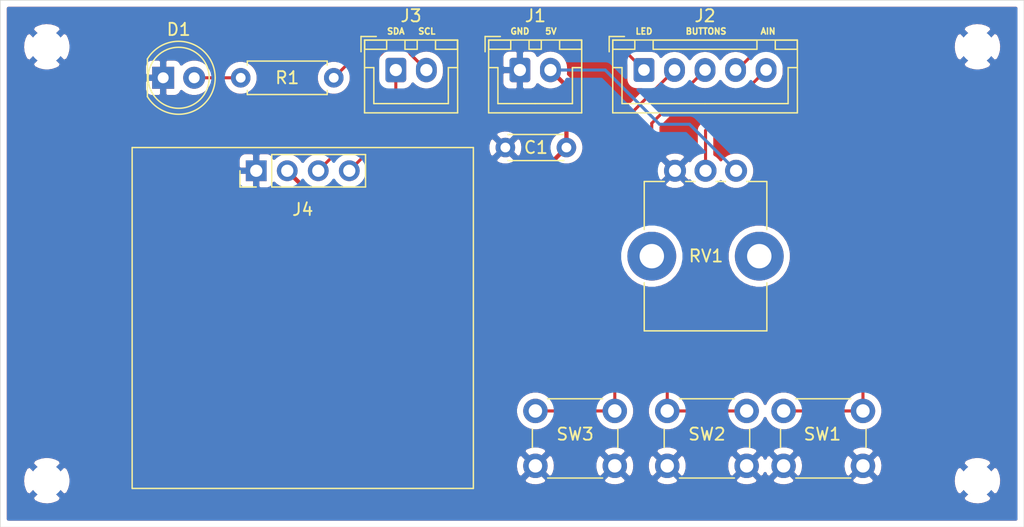
<source format=kicad_pcb>
(kicad_pcb (version 20171130) (host pcbnew 5.1.6-c6e7f7d~86~ubuntu18.04.1)

  (general
    (thickness 1.6)
    (drawings 19)
    (tracks 40)
    (zones 0)
    (modules 15)
    (nets 11)
  )

  (page A4)
  (layers
    (0 F.Cu signal)
    (31 B.Cu signal)
    (32 B.Adhes user)
    (33 F.Adhes user)
    (34 B.Paste user)
    (35 F.Paste user)
    (36 B.SilkS user)
    (37 F.SilkS user)
    (38 B.Mask user)
    (39 F.Mask user)
    (40 Dwgs.User user)
    (41 Cmts.User user)
    (42 Eco1.User user)
    (43 Eco2.User user)
    (44 Edge.Cuts user)
    (45 Margin user)
    (46 B.CrtYd user)
    (47 F.CrtYd user)
    (48 B.Fab user)
    (49 F.Fab user hide)
  )

  (setup
    (last_trace_width 0.25)
    (user_trace_width 0.35)
    (trace_clearance 0.2)
    (zone_clearance 0.508)
    (zone_45_only no)
    (trace_min 0.2)
    (via_size 0.8)
    (via_drill 0.4)
    (via_min_size 0.4)
    (via_min_drill 0.3)
    (uvia_size 0.3)
    (uvia_drill 0.1)
    (uvias_allowed no)
    (uvia_min_size 0.2)
    (uvia_min_drill 0.1)
    (edge_width 0.05)
    (segment_width 0.2)
    (pcb_text_width 0.3)
    (pcb_text_size 1.5 1.5)
    (mod_edge_width 0.12)
    (mod_text_size 1 1)
    (mod_text_width 0.15)
    (pad_size 1.524 1.524)
    (pad_drill 0.762)
    (pad_to_mask_clearance 0.05)
    (aux_axis_origin 0 0)
    (visible_elements FFFFFF7F)
    (pcbplotparams
      (layerselection 0x010f0_ffffffff)
      (usegerberextensions true)
      (usegerberattributes false)
      (usegerberadvancedattributes true)
      (creategerberjobfile false)
      (excludeedgelayer true)
      (linewidth 0.100000)
      (plotframeref false)
      (viasonmask false)
      (mode 1)
      (useauxorigin false)
      (hpglpennumber 1)
      (hpglpenspeed 20)
      (hpglpendiameter 15.000000)
      (psnegative false)
      (psa4output false)
      (plotreference true)
      (plotvalue true)
      (plotinvisibletext false)
      (padsonsilk false)
      (subtractmaskfromsilk false)
      (outputformat 1)
      (mirror false)
      (drillshape 0)
      (scaleselection 1)
      (outputdirectory "gerber/"))
  )

  (net 0 "")
  (net 1 GND)
  (net 2 +5V)
  (net 3 "Net-(D1-Pad2)")
  (net 4 /IO_AIN)
  (net 5 /IO_BUT1)
  (net 6 /IO_BUT2)
  (net 7 /IO_BUT3)
  (net 8 /IO_LED)
  (net 9 /SCL)
  (net 10 /SDA)

  (net_class Default "This is the default net class."
    (clearance 0.2)
    (trace_width 0.25)
    (via_dia 0.8)
    (via_drill 0.4)
    (uvia_dia 0.3)
    (uvia_drill 0.1)
    (add_net +5V)
    (add_net /IO_AIN)
    (add_net /IO_BUT1)
    (add_net /IO_BUT2)
    (add_net /IO_BUT3)
    (add_net /IO_LED)
    (add_net /SCL)
    (add_net /SDA)
    (add_net GND)
    (add_net "Net-(D1-Pad2)")
  )

  (module Connector_PinHeader_2.54mm:PinHeader_1x04_P2.54mm_Vertical (layer F.Cu) (tedit 59FED5CC) (tstamp 5F45E9E8)
    (at 132.08 90.17 90)
    (descr "Through hole straight pin header, 1x04, 2.54mm pitch, single row")
    (tags "Through hole pin header THT 1x04 2.54mm single row")
    (path /5F4CCFD3)
    (fp_text reference J4 (at -3.175 3.81 180) (layer F.SilkS)
      (effects (font (size 1 1) (thickness 0.15)))
    )
    (fp_text value OLED (at 0 9.95 90) (layer F.Fab)
      (effects (font (size 1 1) (thickness 0.15)))
    )
    (fp_line (start 1.8 -1.8) (end -1.8 -1.8) (layer F.CrtYd) (width 0.05))
    (fp_line (start 1.8 9.4) (end 1.8 -1.8) (layer F.CrtYd) (width 0.05))
    (fp_line (start -1.8 9.4) (end 1.8 9.4) (layer F.CrtYd) (width 0.05))
    (fp_line (start -1.8 -1.8) (end -1.8 9.4) (layer F.CrtYd) (width 0.05))
    (fp_line (start -1.33 -1.33) (end 0 -1.33) (layer F.SilkS) (width 0.12))
    (fp_line (start -1.33 0) (end -1.33 -1.33) (layer F.SilkS) (width 0.12))
    (fp_line (start -1.33 1.27) (end 1.33 1.27) (layer F.SilkS) (width 0.12))
    (fp_line (start 1.33 1.27) (end 1.33 8.95) (layer F.SilkS) (width 0.12))
    (fp_line (start -1.33 1.27) (end -1.33 8.95) (layer F.SilkS) (width 0.12))
    (fp_line (start -1.33 8.95) (end 1.33 8.95) (layer F.SilkS) (width 0.12))
    (fp_line (start -1.27 -0.635) (end -0.635 -1.27) (layer F.Fab) (width 0.1))
    (fp_line (start -1.27 8.89) (end -1.27 -0.635) (layer F.Fab) (width 0.1))
    (fp_line (start 1.27 8.89) (end -1.27 8.89) (layer F.Fab) (width 0.1))
    (fp_line (start 1.27 -1.27) (end 1.27 8.89) (layer F.Fab) (width 0.1))
    (fp_line (start -0.635 -1.27) (end 1.27 -1.27) (layer F.Fab) (width 0.1))
    (fp_text user %R (at 0 3.81) (layer F.Fab)
      (effects (font (size 1 1) (thickness 0.15)))
    )
    (pad 4 thru_hole oval (at 0 7.62 90) (size 1.7 1.7) (drill 1) (layers *.Cu *.Mask)
      (net 10 /SDA))
    (pad 3 thru_hole oval (at 0 5.08 90) (size 1.7 1.7) (drill 1) (layers *.Cu *.Mask)
      (net 9 /SCL))
    (pad 2 thru_hole oval (at 0 2.54 90) (size 1.7 1.7) (drill 1) (layers *.Cu *.Mask)
      (net 2 +5V))
    (pad 1 thru_hole rect (at 0 0 90) (size 1.7 1.7) (drill 1) (layers *.Cu *.Mask)
      (net 1 GND))
    (model ${KISYS3DMOD}/Connector_PinHeader_2.54mm.3dshapes/PinHeader_1x04_P2.54mm_Vertical.wrl
      (at (xyz 0 0 0))
      (scale (xyz 1 1 1))
      (rotate (xyz 0 0 0))
    )
  )

  (module Button_Switch_THT:SW_PUSH_6mm_H4.3mm (layer F.Cu) (tedit 5A02FE31) (tstamp 5F45DFA5)
    (at 154.94 109.855)
    (descr "tactile push button, 6x6mm e.g. PHAP33xx series, height=4.3mm")
    (tags "tact sw push 6mm")
    (path /5F4FCF0F)
    (fp_text reference SW3 (at 3.25 1.905) (layer F.SilkS)
      (effects (font (size 1 1) (thickness 0.15)))
    )
    (fp_text value SW_Push (at 3.75 6.7) (layer F.Fab)
      (effects (font (size 1 1) (thickness 0.15)))
    )
    (fp_circle (center 3.25 2.25) (end 1.25 2.5) (layer F.Fab) (width 0.1))
    (fp_line (start 6.75 3) (end 6.75 1.5) (layer F.SilkS) (width 0.12))
    (fp_line (start 5.5 -1) (end 1 -1) (layer F.SilkS) (width 0.12))
    (fp_line (start -0.25 1.5) (end -0.25 3) (layer F.SilkS) (width 0.12))
    (fp_line (start 1 5.5) (end 5.5 5.5) (layer F.SilkS) (width 0.12))
    (fp_line (start 8 -1.25) (end 8 5.75) (layer F.CrtYd) (width 0.05))
    (fp_line (start 7.75 6) (end -1.25 6) (layer F.CrtYd) (width 0.05))
    (fp_line (start -1.5 5.75) (end -1.5 -1.25) (layer F.CrtYd) (width 0.05))
    (fp_line (start -1.25 -1.5) (end 7.75 -1.5) (layer F.CrtYd) (width 0.05))
    (fp_line (start -1.5 6) (end -1.25 6) (layer F.CrtYd) (width 0.05))
    (fp_line (start -1.5 5.75) (end -1.5 6) (layer F.CrtYd) (width 0.05))
    (fp_line (start -1.5 -1.5) (end -1.25 -1.5) (layer F.CrtYd) (width 0.05))
    (fp_line (start -1.5 -1.25) (end -1.5 -1.5) (layer F.CrtYd) (width 0.05))
    (fp_line (start 8 -1.5) (end 8 -1.25) (layer F.CrtYd) (width 0.05))
    (fp_line (start 7.75 -1.5) (end 8 -1.5) (layer F.CrtYd) (width 0.05))
    (fp_line (start 8 6) (end 8 5.75) (layer F.CrtYd) (width 0.05))
    (fp_line (start 7.75 6) (end 8 6) (layer F.CrtYd) (width 0.05))
    (fp_line (start 0.25 -0.75) (end 3.25 -0.75) (layer F.Fab) (width 0.1))
    (fp_line (start 0.25 5.25) (end 0.25 -0.75) (layer F.Fab) (width 0.1))
    (fp_line (start 6.25 5.25) (end 0.25 5.25) (layer F.Fab) (width 0.1))
    (fp_line (start 6.25 -0.75) (end 6.25 5.25) (layer F.Fab) (width 0.1))
    (fp_line (start 3.25 -0.75) (end 6.25 -0.75) (layer F.Fab) (width 0.1))
    (fp_text user %R (at 3.25 2.25) (layer F.Fab)
      (effects (font (size 1 1) (thickness 0.15)))
    )
    (pad 1 thru_hole circle (at 6.5 0 90) (size 2 2) (drill 1.1) (layers *.Cu *.Mask)
      (net 7 /IO_BUT3))
    (pad 2 thru_hole circle (at 6.5 4.5 90) (size 2 2) (drill 1.1) (layers *.Cu *.Mask)
      (net 1 GND))
    (pad 1 thru_hole circle (at 0 0 90) (size 2 2) (drill 1.1) (layers *.Cu *.Mask)
      (net 7 /IO_BUT3))
    (pad 2 thru_hole circle (at 0 4.5 90) (size 2 2) (drill 1.1) (layers *.Cu *.Mask)
      (net 1 GND))
    (model ${KISYS3DMOD}/Button_Switch_THT.3dshapes/SW_PUSH_6mm_H4.3mm.wrl
      (at (xyz 0 0 0))
      (scale (xyz 1 1 1))
      (rotate (xyz 0 0 0))
    )
  )

  (module Button_Switch_THT:SW_PUSH_6mm_H4.3mm (layer F.Cu) (tedit 5A02FE31) (tstamp 5F45DF86)
    (at 165.735 109.855)
    (descr "tactile push button, 6x6mm e.g. PHAP33xx series, height=4.3mm")
    (tags "tact sw push 6mm")
    (path /5F4FC8C7)
    (fp_text reference SW2 (at 3.25 1.905) (layer F.SilkS)
      (effects (font (size 1 1) (thickness 0.15)))
    )
    (fp_text value SW_Push (at 3.75 6.7) (layer F.Fab)
      (effects (font (size 1 1) (thickness 0.15)))
    )
    (fp_circle (center 3.25 2.25) (end 1.25 2.5) (layer F.Fab) (width 0.1))
    (fp_line (start 6.75 3) (end 6.75 1.5) (layer F.SilkS) (width 0.12))
    (fp_line (start 5.5 -1) (end 1 -1) (layer F.SilkS) (width 0.12))
    (fp_line (start -0.25 1.5) (end -0.25 3) (layer F.SilkS) (width 0.12))
    (fp_line (start 1 5.5) (end 5.5 5.5) (layer F.SilkS) (width 0.12))
    (fp_line (start 8 -1.25) (end 8 5.75) (layer F.CrtYd) (width 0.05))
    (fp_line (start 7.75 6) (end -1.25 6) (layer F.CrtYd) (width 0.05))
    (fp_line (start -1.5 5.75) (end -1.5 -1.25) (layer F.CrtYd) (width 0.05))
    (fp_line (start -1.25 -1.5) (end 7.75 -1.5) (layer F.CrtYd) (width 0.05))
    (fp_line (start -1.5 6) (end -1.25 6) (layer F.CrtYd) (width 0.05))
    (fp_line (start -1.5 5.75) (end -1.5 6) (layer F.CrtYd) (width 0.05))
    (fp_line (start -1.5 -1.5) (end -1.25 -1.5) (layer F.CrtYd) (width 0.05))
    (fp_line (start -1.5 -1.25) (end -1.5 -1.5) (layer F.CrtYd) (width 0.05))
    (fp_line (start 8 -1.5) (end 8 -1.25) (layer F.CrtYd) (width 0.05))
    (fp_line (start 7.75 -1.5) (end 8 -1.5) (layer F.CrtYd) (width 0.05))
    (fp_line (start 8 6) (end 8 5.75) (layer F.CrtYd) (width 0.05))
    (fp_line (start 7.75 6) (end 8 6) (layer F.CrtYd) (width 0.05))
    (fp_line (start 0.25 -0.75) (end 3.25 -0.75) (layer F.Fab) (width 0.1))
    (fp_line (start 0.25 5.25) (end 0.25 -0.75) (layer F.Fab) (width 0.1))
    (fp_line (start 6.25 5.25) (end 0.25 5.25) (layer F.Fab) (width 0.1))
    (fp_line (start 6.25 -0.75) (end 6.25 5.25) (layer F.Fab) (width 0.1))
    (fp_line (start 3.25 -0.75) (end 6.25 -0.75) (layer F.Fab) (width 0.1))
    (fp_text user %R (at 3.25 2.25) (layer F.Fab)
      (effects (font (size 1 1) (thickness 0.15)))
    )
    (pad 1 thru_hole circle (at 6.5 0 90) (size 2 2) (drill 1.1) (layers *.Cu *.Mask)
      (net 6 /IO_BUT2))
    (pad 2 thru_hole circle (at 6.5 4.5 90) (size 2 2) (drill 1.1) (layers *.Cu *.Mask)
      (net 1 GND))
    (pad 1 thru_hole circle (at 0 0 90) (size 2 2) (drill 1.1) (layers *.Cu *.Mask)
      (net 6 /IO_BUT2))
    (pad 2 thru_hole circle (at 0 4.5 90) (size 2 2) (drill 1.1) (layers *.Cu *.Mask)
      (net 1 GND))
    (model ${KISYS3DMOD}/Button_Switch_THT.3dshapes/SW_PUSH_6mm_H4.3mm.wrl
      (at (xyz 0 0 0))
      (scale (xyz 1 1 1))
      (rotate (xyz 0 0 0))
    )
  )

  (module Button_Switch_THT:SW_PUSH_6mm_H4.3mm (layer F.Cu) (tedit 5A02FE31) (tstamp 5F45DF67)
    (at 175.26 109.855)
    (descr "tactile push button, 6x6mm e.g. PHAP33xx series, height=4.3mm")
    (tags "tact sw push 6mm")
    (path /5F4CEAF5)
    (fp_text reference SW1 (at 3.175 1.905) (layer F.SilkS)
      (effects (font (size 1 1) (thickness 0.15)))
    )
    (fp_text value SW_Push (at 3.75 6.7) (layer F.Fab)
      (effects (font (size 1 1) (thickness 0.15)))
    )
    (fp_circle (center 3.25 2.25) (end 1.25 2.5) (layer F.Fab) (width 0.1))
    (fp_line (start 6.75 3) (end 6.75 1.5) (layer F.SilkS) (width 0.12))
    (fp_line (start 5.5 -1) (end 1 -1) (layer F.SilkS) (width 0.12))
    (fp_line (start -0.25 1.5) (end -0.25 3) (layer F.SilkS) (width 0.12))
    (fp_line (start 1 5.5) (end 5.5 5.5) (layer F.SilkS) (width 0.12))
    (fp_line (start 8 -1.25) (end 8 5.75) (layer F.CrtYd) (width 0.05))
    (fp_line (start 7.75 6) (end -1.25 6) (layer F.CrtYd) (width 0.05))
    (fp_line (start -1.5 5.75) (end -1.5 -1.25) (layer F.CrtYd) (width 0.05))
    (fp_line (start -1.25 -1.5) (end 7.75 -1.5) (layer F.CrtYd) (width 0.05))
    (fp_line (start -1.5 6) (end -1.25 6) (layer F.CrtYd) (width 0.05))
    (fp_line (start -1.5 5.75) (end -1.5 6) (layer F.CrtYd) (width 0.05))
    (fp_line (start -1.5 -1.5) (end -1.25 -1.5) (layer F.CrtYd) (width 0.05))
    (fp_line (start -1.5 -1.25) (end -1.5 -1.5) (layer F.CrtYd) (width 0.05))
    (fp_line (start 8 -1.5) (end 8 -1.25) (layer F.CrtYd) (width 0.05))
    (fp_line (start 7.75 -1.5) (end 8 -1.5) (layer F.CrtYd) (width 0.05))
    (fp_line (start 8 6) (end 8 5.75) (layer F.CrtYd) (width 0.05))
    (fp_line (start 7.75 6) (end 8 6) (layer F.CrtYd) (width 0.05))
    (fp_line (start 0.25 -0.75) (end 3.25 -0.75) (layer F.Fab) (width 0.1))
    (fp_line (start 0.25 5.25) (end 0.25 -0.75) (layer F.Fab) (width 0.1))
    (fp_line (start 6.25 5.25) (end 0.25 5.25) (layer F.Fab) (width 0.1))
    (fp_line (start 6.25 -0.75) (end 6.25 5.25) (layer F.Fab) (width 0.1))
    (fp_line (start 3.25 -0.75) (end 6.25 -0.75) (layer F.Fab) (width 0.1))
    (fp_text user %R (at 3.25 2.25) (layer F.Fab)
      (effects (font (size 1 1) (thickness 0.15)))
    )
    (pad 1 thru_hole circle (at 6.5 0 90) (size 2 2) (drill 1.1) (layers *.Cu *.Mask)
      (net 5 /IO_BUT1))
    (pad 2 thru_hole circle (at 6.5 4.5 90) (size 2 2) (drill 1.1) (layers *.Cu *.Mask)
      (net 1 GND))
    (pad 1 thru_hole circle (at 0 0 90) (size 2 2) (drill 1.1) (layers *.Cu *.Mask)
      (net 5 /IO_BUT1))
    (pad 2 thru_hole circle (at 0 4.5 90) (size 2 2) (drill 1.1) (layers *.Cu *.Mask)
      (net 1 GND))
    (model ${KISYS3DMOD}/Button_Switch_THT.3dshapes/SW_PUSH_6mm_H4.3mm.wrl
      (at (xyz 0 0 0))
      (scale (xyz 1 1 1))
      (rotate (xyz 0 0 0))
    )
  )

  (module Potentiometer_THT:Potentiometer_Alps_RK09K_Single_Vertical (layer F.Cu) (tedit 5A3D4993) (tstamp 5F45DF48)
    (at 166.37 90.17 270)
    (descr "Potentiometer, vertical, Alps RK09K Single, http://www.alps.com/prod/info/E/HTML/Potentiometer/RotaryPotentiometers/RK09K/RK09K_list.html")
    (tags "Potentiometer vertical Alps RK09K Single")
    (path /5F4CFDCE)
    (fp_text reference RV1 (at 6.985 -2.54 180) (layer F.SilkS)
      (effects (font (size 1 1) (thickness 0.15)))
    )
    (fp_text value R_POT (at 6.05 5.15 90) (layer F.Fab)
      (effects (font (size 1 1) (thickness 0.15)))
    )
    (fp_line (start 13.25 -9.15) (end -1.15 -9.15) (layer F.CrtYd) (width 0.05))
    (fp_line (start 13.25 4.15) (end 13.25 -9.15) (layer F.CrtYd) (width 0.05))
    (fp_line (start -1.15 4.15) (end 13.25 4.15) (layer F.CrtYd) (width 0.05))
    (fp_line (start -1.15 -9.15) (end -1.15 4.15) (layer F.CrtYd) (width 0.05))
    (fp_line (start 13.12 -7.521) (end 13.12 2.52) (layer F.SilkS) (width 0.12))
    (fp_line (start 0.88 0.87) (end 0.88 2.52) (layer F.SilkS) (width 0.12))
    (fp_line (start 0.88 -1.629) (end 0.88 -0.87) (layer F.SilkS) (width 0.12))
    (fp_line (start 0.88 -4.129) (end 0.88 -3.37) (layer F.SilkS) (width 0.12))
    (fp_line (start 0.88 -7.521) (end 0.88 -5.871) (layer F.SilkS) (width 0.12))
    (fp_line (start 9.184 2.52) (end 13.12 2.52) (layer F.SilkS) (width 0.12))
    (fp_line (start 0.88 2.52) (end 4.817 2.52) (layer F.SilkS) (width 0.12))
    (fp_line (start 9.184 -7.521) (end 13.12 -7.521) (layer F.SilkS) (width 0.12))
    (fp_line (start 0.88 -7.521) (end 4.817 -7.521) (layer F.SilkS) (width 0.12))
    (fp_line (start 13 -7.4) (end 1 -7.4) (layer F.Fab) (width 0.1))
    (fp_line (start 13 2.4) (end 13 -7.4) (layer F.Fab) (width 0.1))
    (fp_line (start 1 2.4) (end 13 2.4) (layer F.Fab) (width 0.1))
    (fp_line (start 1 -7.4) (end 1 2.4) (layer F.Fab) (width 0.1))
    (fp_circle (center 7.5 -2.5) (end 10.5 -2.5) (layer F.Fab) (width 0.1))
    (fp_text user %R (at 2 -2.5) (layer F.Fab)
      (effects (font (size 1 1) (thickness 0.15)))
    )
    (pad "" np_thru_hole circle (at 7 1.9 270) (size 4 4) (drill 2) (layers *.Cu *.Mask))
    (pad "" np_thru_hole circle (at 7 -6.9 270) (size 4 4) (drill 2) (layers *.Cu *.Mask))
    (pad 1 thru_hole circle (at 0 0 270) (size 1.8 1.8) (drill 1) (layers *.Cu *.Mask)
      (net 1 GND))
    (pad 2 thru_hole circle (at 0 -2.5 270) (size 1.8 1.8) (drill 1) (layers *.Cu *.Mask)
      (net 4 /IO_AIN))
    (pad 3 thru_hole circle (at 0 -5 270) (size 1.8 1.8) (drill 1) (layers *.Cu *.Mask)
      (net 2 +5V))
    (model ${KISYS3DMOD}/Potentiometer_THT.3dshapes/Potentiometer_Alps_RK09K_Single_Vertical.wrl
      (at (xyz 0 0 0))
      (scale (xyz 1 1 1))
      (rotate (xyz 0 0 0))
    )
  )

  (module Resistor_THT:R_Axial_DIN0207_L6.3mm_D2.5mm_P7.62mm_Horizontal (layer F.Cu) (tedit 5AE5139B) (tstamp 5F45DF2C)
    (at 138.43 82.55 180)
    (descr "Resistor, Axial_DIN0207 series, Axial, Horizontal, pin pitch=7.62mm, 0.25W = 1/4W, length*diameter=6.3*2.5mm^2, http://cdn-reichelt.de/documents/datenblatt/B400/1_4W%23YAG.pdf")
    (tags "Resistor Axial_DIN0207 series Axial Horizontal pin pitch 7.62mm 0.25W = 1/4W length 6.3mm diameter 2.5mm")
    (path /5F4D0408)
    (fp_text reference R1 (at 3.81 0) (layer F.SilkS)
      (effects (font (size 1 1) (thickness 0.15)))
    )
    (fp_text value 470 (at 3.81 2.37) (layer F.Fab)
      (effects (font (size 1 1) (thickness 0.15)))
    )
    (fp_line (start 8.67 -1.5) (end -1.05 -1.5) (layer F.CrtYd) (width 0.05))
    (fp_line (start 8.67 1.5) (end 8.67 -1.5) (layer F.CrtYd) (width 0.05))
    (fp_line (start -1.05 1.5) (end 8.67 1.5) (layer F.CrtYd) (width 0.05))
    (fp_line (start -1.05 -1.5) (end -1.05 1.5) (layer F.CrtYd) (width 0.05))
    (fp_line (start 7.08 1.37) (end 7.08 1.04) (layer F.SilkS) (width 0.12))
    (fp_line (start 0.54 1.37) (end 7.08 1.37) (layer F.SilkS) (width 0.12))
    (fp_line (start 0.54 1.04) (end 0.54 1.37) (layer F.SilkS) (width 0.12))
    (fp_line (start 7.08 -1.37) (end 7.08 -1.04) (layer F.SilkS) (width 0.12))
    (fp_line (start 0.54 -1.37) (end 7.08 -1.37) (layer F.SilkS) (width 0.12))
    (fp_line (start 0.54 -1.04) (end 0.54 -1.37) (layer F.SilkS) (width 0.12))
    (fp_line (start 7.62 0) (end 6.96 0) (layer F.Fab) (width 0.1))
    (fp_line (start 0 0) (end 0.66 0) (layer F.Fab) (width 0.1))
    (fp_line (start 6.96 -1.25) (end 0.66 -1.25) (layer F.Fab) (width 0.1))
    (fp_line (start 6.96 1.25) (end 6.96 -1.25) (layer F.Fab) (width 0.1))
    (fp_line (start 0.66 1.25) (end 6.96 1.25) (layer F.Fab) (width 0.1))
    (fp_line (start 0.66 -1.25) (end 0.66 1.25) (layer F.Fab) (width 0.1))
    (fp_text user %R (at 3.81 0) (layer F.Fab)
      (effects (font (size 1 1) (thickness 0.15)))
    )
    (pad 2 thru_hole oval (at 7.62 0 180) (size 1.6 1.6) (drill 0.8) (layers *.Cu *.Mask)
      (net 3 "Net-(D1-Pad2)"))
    (pad 1 thru_hole circle (at 0 0 180) (size 1.6 1.6) (drill 0.8) (layers *.Cu *.Mask)
      (net 8 /IO_LED))
    (model ${KISYS3DMOD}/Resistor_THT.3dshapes/R_Axial_DIN0207_L6.3mm_D2.5mm_P7.62mm_Horizontal.wrl
      (at (xyz 0 0 0))
      (scale (xyz 1 1 1))
      (rotate (xyz 0 0 0))
    )
  )

  (module Connector_JST:JST_XH_B2B-XH-A_1x02_P2.50mm_Vertical (layer F.Cu) (tedit 5C28146C) (tstamp 5F45DEFD)
    (at 143.51 81.915)
    (descr "JST XH series connector, B2B-XH-A (http://www.jst-mfg.com/product/pdf/eng/eXH.pdf), generated with kicad-footprint-generator")
    (tags "connector JST XH vertical")
    (path /5F4CA92A)
    (fp_text reference J3 (at 1.25 -4.445) (layer F.SilkS)
      (effects (font (size 1 1) (thickness 0.15)))
    )
    (fp_text value "Interface I2C" (at 1.25 4.6) (layer F.Fab)
      (effects (font (size 1 1) (thickness 0.15)))
    )
    (fp_line (start -2.85 -2.75) (end -2.85 -1.5) (layer F.SilkS) (width 0.12))
    (fp_line (start -1.6 -2.75) (end -2.85 -2.75) (layer F.SilkS) (width 0.12))
    (fp_line (start 4.3 2.75) (end 1.25 2.75) (layer F.SilkS) (width 0.12))
    (fp_line (start 4.3 -0.2) (end 4.3 2.75) (layer F.SilkS) (width 0.12))
    (fp_line (start 5.05 -0.2) (end 4.3 -0.2) (layer F.SilkS) (width 0.12))
    (fp_line (start -1.8 2.75) (end 1.25 2.75) (layer F.SilkS) (width 0.12))
    (fp_line (start -1.8 -0.2) (end -1.8 2.75) (layer F.SilkS) (width 0.12))
    (fp_line (start -2.55 -0.2) (end -1.8 -0.2) (layer F.SilkS) (width 0.12))
    (fp_line (start 5.05 -2.45) (end 3.25 -2.45) (layer F.SilkS) (width 0.12))
    (fp_line (start 5.05 -1.7) (end 5.05 -2.45) (layer F.SilkS) (width 0.12))
    (fp_line (start 3.25 -1.7) (end 5.05 -1.7) (layer F.SilkS) (width 0.12))
    (fp_line (start 3.25 -2.45) (end 3.25 -1.7) (layer F.SilkS) (width 0.12))
    (fp_line (start -0.75 -2.45) (end -2.55 -2.45) (layer F.SilkS) (width 0.12))
    (fp_line (start -0.75 -1.7) (end -0.75 -2.45) (layer F.SilkS) (width 0.12))
    (fp_line (start -2.55 -1.7) (end -0.75 -1.7) (layer F.SilkS) (width 0.12))
    (fp_line (start -2.55 -2.45) (end -2.55 -1.7) (layer F.SilkS) (width 0.12))
    (fp_line (start 1.75 -2.45) (end 0.75 -2.45) (layer F.SilkS) (width 0.12))
    (fp_line (start 1.75 -1.7) (end 1.75 -2.45) (layer F.SilkS) (width 0.12))
    (fp_line (start 0.75 -1.7) (end 1.75 -1.7) (layer F.SilkS) (width 0.12))
    (fp_line (start 0.75 -2.45) (end 0.75 -1.7) (layer F.SilkS) (width 0.12))
    (fp_line (start 0 -1.35) (end 0.625 -2.35) (layer F.Fab) (width 0.1))
    (fp_line (start -0.625 -2.35) (end 0 -1.35) (layer F.Fab) (width 0.1))
    (fp_line (start 5.45 -2.85) (end -2.95 -2.85) (layer F.CrtYd) (width 0.05))
    (fp_line (start 5.45 3.9) (end 5.45 -2.85) (layer F.CrtYd) (width 0.05))
    (fp_line (start -2.95 3.9) (end 5.45 3.9) (layer F.CrtYd) (width 0.05))
    (fp_line (start -2.95 -2.85) (end -2.95 3.9) (layer F.CrtYd) (width 0.05))
    (fp_line (start 5.06 -2.46) (end -2.56 -2.46) (layer F.SilkS) (width 0.12))
    (fp_line (start 5.06 3.51) (end 5.06 -2.46) (layer F.SilkS) (width 0.12))
    (fp_line (start -2.56 3.51) (end 5.06 3.51) (layer F.SilkS) (width 0.12))
    (fp_line (start -2.56 -2.46) (end -2.56 3.51) (layer F.SilkS) (width 0.12))
    (fp_line (start 4.95 -2.35) (end -2.45 -2.35) (layer F.Fab) (width 0.1))
    (fp_line (start 4.95 3.4) (end 4.95 -2.35) (layer F.Fab) (width 0.1))
    (fp_line (start -2.45 3.4) (end 4.95 3.4) (layer F.Fab) (width 0.1))
    (fp_line (start -2.45 -2.35) (end -2.45 3.4) (layer F.Fab) (width 0.1))
    (fp_text user %R (at 1.25 2.7) (layer F.Fab)
      (effects (font (size 1 1) (thickness 0.15)))
    )
    (pad 2 thru_hole oval (at 2.5 0) (size 1.7 2) (drill 1) (layers *.Cu *.Mask)
      (net 9 /SCL))
    (pad 1 thru_hole roundrect (at 0 0) (size 1.7 2) (drill 1) (layers *.Cu *.Mask) (roundrect_rratio 0.147059)
      (net 10 /SDA))
    (model ${KISYS3DMOD}/Connector_JST.3dshapes/JST_XH_B2B-XH-A_1x02_P2.50mm_Vertical.wrl
      (at (xyz 0 0 0))
      (scale (xyz 1 1 1))
      (rotate (xyz 0 0 0))
    )
  )

  (module Connector_JST:JST_XH_B5B-XH-A_1x05_P2.50mm_Vertical (layer F.Cu) (tedit 5C28146C) (tstamp 5F45DED4)
    (at 163.83 81.915)
    (descr "JST XH series connector, B5B-XH-A (http://www.jst-mfg.com/product/pdf/eng/eXH.pdf), generated with kicad-footprint-generator")
    (tags "connector JST XH vertical")
    (path /5F4CB451)
    (fp_text reference J2 (at 5 -4.445) (layer F.SilkS)
      (effects (font (size 1 1) (thickness 0.15)))
    )
    (fp_text value "Interface IO" (at 5 4.6) (layer F.Fab)
      (effects (font (size 1 1) (thickness 0.15)))
    )
    (fp_line (start -2.85 -2.75) (end -2.85 -1.5) (layer F.SilkS) (width 0.12))
    (fp_line (start -1.6 -2.75) (end -2.85 -2.75) (layer F.SilkS) (width 0.12))
    (fp_line (start 11.8 2.75) (end 5 2.75) (layer F.SilkS) (width 0.12))
    (fp_line (start 11.8 -0.2) (end 11.8 2.75) (layer F.SilkS) (width 0.12))
    (fp_line (start 12.55 -0.2) (end 11.8 -0.2) (layer F.SilkS) (width 0.12))
    (fp_line (start -1.8 2.75) (end 5 2.75) (layer F.SilkS) (width 0.12))
    (fp_line (start -1.8 -0.2) (end -1.8 2.75) (layer F.SilkS) (width 0.12))
    (fp_line (start -2.55 -0.2) (end -1.8 -0.2) (layer F.SilkS) (width 0.12))
    (fp_line (start 12.55 -2.45) (end 10.75 -2.45) (layer F.SilkS) (width 0.12))
    (fp_line (start 12.55 -1.7) (end 12.55 -2.45) (layer F.SilkS) (width 0.12))
    (fp_line (start 10.75 -1.7) (end 12.55 -1.7) (layer F.SilkS) (width 0.12))
    (fp_line (start 10.75 -2.45) (end 10.75 -1.7) (layer F.SilkS) (width 0.12))
    (fp_line (start -0.75 -2.45) (end -2.55 -2.45) (layer F.SilkS) (width 0.12))
    (fp_line (start -0.75 -1.7) (end -0.75 -2.45) (layer F.SilkS) (width 0.12))
    (fp_line (start -2.55 -1.7) (end -0.75 -1.7) (layer F.SilkS) (width 0.12))
    (fp_line (start -2.55 -2.45) (end -2.55 -1.7) (layer F.SilkS) (width 0.12))
    (fp_line (start 9.25 -2.45) (end 0.75 -2.45) (layer F.SilkS) (width 0.12))
    (fp_line (start 9.25 -1.7) (end 9.25 -2.45) (layer F.SilkS) (width 0.12))
    (fp_line (start 0.75 -1.7) (end 9.25 -1.7) (layer F.SilkS) (width 0.12))
    (fp_line (start 0.75 -2.45) (end 0.75 -1.7) (layer F.SilkS) (width 0.12))
    (fp_line (start 0 -1.35) (end 0.625 -2.35) (layer F.Fab) (width 0.1))
    (fp_line (start -0.625 -2.35) (end 0 -1.35) (layer F.Fab) (width 0.1))
    (fp_line (start 12.95 -2.85) (end -2.95 -2.85) (layer F.CrtYd) (width 0.05))
    (fp_line (start 12.95 3.9) (end 12.95 -2.85) (layer F.CrtYd) (width 0.05))
    (fp_line (start -2.95 3.9) (end 12.95 3.9) (layer F.CrtYd) (width 0.05))
    (fp_line (start -2.95 -2.85) (end -2.95 3.9) (layer F.CrtYd) (width 0.05))
    (fp_line (start 12.56 -2.46) (end -2.56 -2.46) (layer F.SilkS) (width 0.12))
    (fp_line (start 12.56 3.51) (end 12.56 -2.46) (layer F.SilkS) (width 0.12))
    (fp_line (start -2.56 3.51) (end 12.56 3.51) (layer F.SilkS) (width 0.12))
    (fp_line (start -2.56 -2.46) (end -2.56 3.51) (layer F.SilkS) (width 0.12))
    (fp_line (start 12.45 -2.35) (end -2.45 -2.35) (layer F.Fab) (width 0.1))
    (fp_line (start 12.45 3.4) (end 12.45 -2.35) (layer F.Fab) (width 0.1))
    (fp_line (start -2.45 3.4) (end 12.45 3.4) (layer F.Fab) (width 0.1))
    (fp_line (start -2.45 -2.35) (end -2.45 3.4) (layer F.Fab) (width 0.1))
    (fp_text user %R (at 5 2.7) (layer F.Fab)
      (effects (font (size 1 1) (thickness 0.15)))
    )
    (pad 5 thru_hole oval (at 10 0) (size 1.7 1.95) (drill 0.95) (layers *.Cu *.Mask)
      (net 4 /IO_AIN))
    (pad 4 thru_hole oval (at 7.5 0) (size 1.7 1.95) (drill 0.95) (layers *.Cu *.Mask)
      (net 5 /IO_BUT1))
    (pad 3 thru_hole oval (at 5 0) (size 1.7 1.95) (drill 0.95) (layers *.Cu *.Mask)
      (net 6 /IO_BUT2))
    (pad 2 thru_hole oval (at 2.5 0) (size 1.7 1.95) (drill 0.95) (layers *.Cu *.Mask)
      (net 7 /IO_BUT3))
    (pad 1 thru_hole roundrect (at 0 0) (size 1.7 1.95) (drill 0.95) (layers *.Cu *.Mask) (roundrect_rratio 0.147059)
      (net 8 /IO_LED))
    (model ${KISYS3DMOD}/Connector_JST.3dshapes/JST_XH_B5B-XH-A_1x05_P2.50mm_Vertical.wrl
      (at (xyz 0 0 0))
      (scale (xyz 1 1 1))
      (rotate (xyz 0 0 0))
    )
  )

  (module Connector_JST:JST_XH_B2B-XH-A_1x02_P2.50mm_Vertical (layer F.Cu) (tedit 5C28146C) (tstamp 5F45DEA8)
    (at 153.67 81.915)
    (descr "JST XH series connector, B2B-XH-A (http://www.jst-mfg.com/product/pdf/eng/eXH.pdf), generated with kicad-footprint-generator")
    (tags "connector JST XH vertical")
    (path /5F4C9BF5)
    (fp_text reference J1 (at 1.27 -4.445) (layer F.SilkS)
      (effects (font (size 1 1) (thickness 0.15)))
    )
    (fp_text value "Interface Power" (at 1.25 4.6) (layer F.Fab)
      (effects (font (size 1 1) (thickness 0.15)))
    )
    (fp_line (start -2.85 -2.75) (end -2.85 -1.5) (layer F.SilkS) (width 0.12))
    (fp_line (start -1.6 -2.75) (end -2.85 -2.75) (layer F.SilkS) (width 0.12))
    (fp_line (start 4.3 2.75) (end 1.25 2.75) (layer F.SilkS) (width 0.12))
    (fp_line (start 4.3 -0.2) (end 4.3 2.75) (layer F.SilkS) (width 0.12))
    (fp_line (start 5.05 -0.2) (end 4.3 -0.2) (layer F.SilkS) (width 0.12))
    (fp_line (start -1.8 2.75) (end 1.25 2.75) (layer F.SilkS) (width 0.12))
    (fp_line (start -1.8 -0.2) (end -1.8 2.75) (layer F.SilkS) (width 0.12))
    (fp_line (start -2.55 -0.2) (end -1.8 -0.2) (layer F.SilkS) (width 0.12))
    (fp_line (start 5.05 -2.45) (end 3.25 -2.45) (layer F.SilkS) (width 0.12))
    (fp_line (start 5.05 -1.7) (end 5.05 -2.45) (layer F.SilkS) (width 0.12))
    (fp_line (start 3.25 -1.7) (end 5.05 -1.7) (layer F.SilkS) (width 0.12))
    (fp_line (start 3.25 -2.45) (end 3.25 -1.7) (layer F.SilkS) (width 0.12))
    (fp_line (start -0.75 -2.45) (end -2.55 -2.45) (layer F.SilkS) (width 0.12))
    (fp_line (start -0.75 -1.7) (end -0.75 -2.45) (layer F.SilkS) (width 0.12))
    (fp_line (start -2.55 -1.7) (end -0.75 -1.7) (layer F.SilkS) (width 0.12))
    (fp_line (start -2.55 -2.45) (end -2.55 -1.7) (layer F.SilkS) (width 0.12))
    (fp_line (start 1.75 -2.45) (end 0.75 -2.45) (layer F.SilkS) (width 0.12))
    (fp_line (start 1.75 -1.7) (end 1.75 -2.45) (layer F.SilkS) (width 0.12))
    (fp_line (start 0.75 -1.7) (end 1.75 -1.7) (layer F.SilkS) (width 0.12))
    (fp_line (start 0.75 -2.45) (end 0.75 -1.7) (layer F.SilkS) (width 0.12))
    (fp_line (start 0 -1.35) (end 0.625 -2.35) (layer F.Fab) (width 0.1))
    (fp_line (start -0.625 -2.35) (end 0 -1.35) (layer F.Fab) (width 0.1))
    (fp_line (start 5.45 -2.85) (end -2.95 -2.85) (layer F.CrtYd) (width 0.05))
    (fp_line (start 5.45 3.9) (end 5.45 -2.85) (layer F.CrtYd) (width 0.05))
    (fp_line (start -2.95 3.9) (end 5.45 3.9) (layer F.CrtYd) (width 0.05))
    (fp_line (start -2.95 -2.85) (end -2.95 3.9) (layer F.CrtYd) (width 0.05))
    (fp_line (start 5.06 -2.46) (end -2.56 -2.46) (layer F.SilkS) (width 0.12))
    (fp_line (start 5.06 3.51) (end 5.06 -2.46) (layer F.SilkS) (width 0.12))
    (fp_line (start -2.56 3.51) (end 5.06 3.51) (layer F.SilkS) (width 0.12))
    (fp_line (start -2.56 -2.46) (end -2.56 3.51) (layer F.SilkS) (width 0.12))
    (fp_line (start 4.95 -2.35) (end -2.45 -2.35) (layer F.Fab) (width 0.1))
    (fp_line (start 4.95 3.4) (end 4.95 -2.35) (layer F.Fab) (width 0.1))
    (fp_line (start -2.45 3.4) (end 4.95 3.4) (layer F.Fab) (width 0.1))
    (fp_line (start -2.45 -2.35) (end -2.45 3.4) (layer F.Fab) (width 0.1))
    (fp_text user %R (at 1.25 2.7) (layer F.Fab)
      (effects (font (size 1 1) (thickness 0.15)))
    )
    (pad 2 thru_hole oval (at 2.5 0) (size 1.7 2) (drill 1) (layers *.Cu *.Mask)
      (net 2 +5V))
    (pad 1 thru_hole roundrect (at 0 0) (size 1.7 2) (drill 1) (layers *.Cu *.Mask) (roundrect_rratio 0.147059)
      (net 1 GND))
    (model ${KISYS3DMOD}/Connector_JST.3dshapes/JST_XH_B2B-XH-A_1x02_P2.50mm_Vertical.wrl
      (at (xyz 0 0 0))
      (scale (xyz 1 1 1))
      (rotate (xyz 0 0 0))
    )
  )

  (module MountingHole:MountingHole_2.7mm_M2.5 (layer F.Cu) (tedit 56D1B4CB) (tstamp 5F45DE7F)
    (at 191.135 115.57)
    (descr "Mounting Hole 2.7mm, no annular, M2.5")
    (tags "mounting hole 2.7mm no annular m2.5")
    (path /5F50A37C)
    (attr virtual)
    (fp_text reference H4 (at 0 -3.7) (layer F.SilkS) hide
      (effects (font (size 1 1) (thickness 0.15)))
    )
    (fp_text value MountingHole_Pad (at 0 3.7) (layer F.Fab)
      (effects (font (size 1 1) (thickness 0.15)))
    )
    (fp_circle (center 0 0) (end 2.95 0) (layer F.CrtYd) (width 0.05))
    (fp_circle (center 0 0) (end 2.7 0) (layer Cmts.User) (width 0.15))
    (fp_text user %R (at 0.3 0) (layer F.Fab)
      (effects (font (size 1 1) (thickness 0.15)))
    )
    (pad 1 np_thru_hole circle (at 0 0) (size 2.7 2.7) (drill 2.7) (layers *.Cu *.Mask)
      (net 1 GND))
  )

  (module MountingHole:MountingHole_2.7mm_M2.5 (layer F.Cu) (tedit 56D1B4CB) (tstamp 5F45DE77)
    (at 114.935 115.57)
    (descr "Mounting Hole 2.7mm, no annular, M2.5")
    (tags "mounting hole 2.7mm no annular m2.5")
    (path /5F509A23)
    (attr virtual)
    (fp_text reference H3 (at 0 -3.7) (layer F.SilkS) hide
      (effects (font (size 1 1) (thickness 0.15)))
    )
    (fp_text value MountingHole_Pad (at 0 3.7) (layer F.Fab)
      (effects (font (size 1 1) (thickness 0.15)))
    )
    (fp_circle (center 0 0) (end 2.95 0) (layer F.CrtYd) (width 0.05))
    (fp_circle (center 0 0) (end 2.7 0) (layer Cmts.User) (width 0.15))
    (fp_text user %R (at 0.3 0) (layer F.Fab)
      (effects (font (size 1 1) (thickness 0.15)))
    )
    (pad 1 np_thru_hole circle (at 0 0) (size 2.7 2.7) (drill 2.7) (layers *.Cu *.Mask)
      (net 1 GND))
  )

  (module MountingHole:MountingHole_2.7mm_M2.5 (layer F.Cu) (tedit 56D1B4CB) (tstamp 5F45DE6F)
    (at 191.135 80.01)
    (descr "Mounting Hole 2.7mm, no annular, M2.5")
    (tags "mounting hole 2.7mm no annular m2.5")
    (path /5F508FF8)
    (attr virtual)
    (fp_text reference H2 (at 0 3.81) (layer F.SilkS) hide
      (effects (font (size 1 1) (thickness 0.15)))
    )
    (fp_text value MountingHole_Pad (at 0 3.7) (layer F.Fab)
      (effects (font (size 1 1) (thickness 0.15)))
    )
    (fp_circle (center 0 0) (end 2.95 0) (layer F.CrtYd) (width 0.05))
    (fp_circle (center 0 0) (end 2.7 0) (layer Cmts.User) (width 0.15))
    (fp_text user %R (at 0.3 0) (layer F.Fab)
      (effects (font (size 1 1) (thickness 0.15)))
    )
    (pad 1 np_thru_hole circle (at 0 0) (size 2.7 2.7) (drill 2.7) (layers *.Cu *.Mask)
      (net 1 GND))
  )

  (module MountingHole:MountingHole_2.7mm_M2.5 (layer F.Cu) (tedit 56D1B4CB) (tstamp 5F45DE67)
    (at 114.935 80.01)
    (descr "Mounting Hole 2.7mm, no annular, M2.5")
    (tags "mounting hole 2.7mm no annular m2.5")
    (path /5F4CAF27)
    (attr virtual)
    (fp_text reference H1 (at 0 -3.7) (layer F.SilkS) hide
      (effects (font (size 1 1) (thickness 0.15)))
    )
    (fp_text value MountingHole_Pad (at 0 3.7) (layer F.Fab)
      (effects (font (size 1 1) (thickness 0.15)))
    )
    (fp_circle (center 0 0) (end 2.95 0) (layer F.CrtYd) (width 0.05))
    (fp_circle (center 0 0) (end 2.7 0) (layer Cmts.User) (width 0.15))
    (fp_text user %R (at 0.3 0) (layer F.Fab)
      (effects (font (size 1 1) (thickness 0.15)))
    )
    (pad 1 np_thru_hole circle (at 0 0) (size 2.7 2.7) (drill 2.7) (layers *.Cu *.Mask)
      (net 1 GND))
  )

  (module LED_THT:LED_D5.0mm (layer F.Cu) (tedit 5995936A) (tstamp 5F45DE5F)
    (at 124.46 82.55)
    (descr "LED, diameter 5.0mm, 2 pins, http://cdn-reichelt.de/documents/datenblatt/A500/LL-504BC2E-009.pdf")
    (tags "LED diameter 5.0mm 2 pins")
    (path /5F4D077A)
    (fp_text reference D1 (at 1.27 -3.96) (layer F.SilkS)
      (effects (font (size 1 1) (thickness 0.15)))
    )
    (fp_text value LED (at 1.27 3.96) (layer F.Fab)
      (effects (font (size 1 1) (thickness 0.15)))
    )
    (fp_line (start 4.5 -3.25) (end -1.95 -3.25) (layer F.CrtYd) (width 0.05))
    (fp_line (start 4.5 3.25) (end 4.5 -3.25) (layer F.CrtYd) (width 0.05))
    (fp_line (start -1.95 3.25) (end 4.5 3.25) (layer F.CrtYd) (width 0.05))
    (fp_line (start -1.95 -3.25) (end -1.95 3.25) (layer F.CrtYd) (width 0.05))
    (fp_line (start -1.29 -1.545) (end -1.29 1.545) (layer F.SilkS) (width 0.12))
    (fp_line (start -1.23 -1.469694) (end -1.23 1.469694) (layer F.Fab) (width 0.1))
    (fp_circle (center 1.27 0) (end 3.77 0) (layer F.SilkS) (width 0.12))
    (fp_circle (center 1.27 0) (end 3.77 0) (layer F.Fab) (width 0.1))
    (fp_text user %R (at 1.25 0) (layer F.Fab)
      (effects (font (size 0.8 0.8) (thickness 0.2)))
    )
    (fp_arc (start 1.27 0) (end -1.29 1.54483) (angle -148.9) (layer F.SilkS) (width 0.12))
    (fp_arc (start 1.27 0) (end -1.29 -1.54483) (angle 148.9) (layer F.SilkS) (width 0.12))
    (fp_arc (start 1.27 0) (end -1.23 -1.469694) (angle 299.1) (layer F.Fab) (width 0.1))
    (pad 2 thru_hole circle (at 2.54 0) (size 1.8 1.8) (drill 0.9) (layers *.Cu *.Mask)
      (net 3 "Net-(D1-Pad2)"))
    (pad 1 thru_hole rect (at 0 0) (size 1.8 1.8) (drill 0.9) (layers *.Cu *.Mask)
      (net 1 GND))
    (model ${KISYS3DMOD}/LED_THT.3dshapes/LED_D5.0mm.wrl
      (at (xyz 0 0 0))
      (scale (xyz 1 1 1))
      (rotate (xyz 0 0 0))
    )
  )

  (module Capacitor_THT:C_Disc_D4.3mm_W1.9mm_P5.00mm (layer F.Cu) (tedit 5AE50EF0) (tstamp 5F45DE4D)
    (at 157.48 88.265 180)
    (descr "C, Disc series, Radial, pin pitch=5.00mm, , diameter*width=4.3*1.9mm^2, Capacitor, http://www.vishay.com/docs/45233/krseries.pdf")
    (tags "C Disc series Radial pin pitch 5.00mm  diameter 4.3mm width 1.9mm Capacitor")
    (path /5F4DAD32)
    (fp_text reference C1 (at 2.5 0) (layer F.SilkS)
      (effects (font (size 1 1) (thickness 0.15)))
    )
    (fp_text value 0.1u (at 2.5 2.2) (layer F.Fab)
      (effects (font (size 1 1) (thickness 0.15)))
    )
    (fp_line (start 6.05 -1.2) (end -1.05 -1.2) (layer F.CrtYd) (width 0.05))
    (fp_line (start 6.05 1.2) (end 6.05 -1.2) (layer F.CrtYd) (width 0.05))
    (fp_line (start -1.05 1.2) (end 6.05 1.2) (layer F.CrtYd) (width 0.05))
    (fp_line (start -1.05 -1.2) (end -1.05 1.2) (layer F.CrtYd) (width 0.05))
    (fp_line (start 4.77 1.055) (end 4.77 1.07) (layer F.SilkS) (width 0.12))
    (fp_line (start 4.77 -1.07) (end 4.77 -1.055) (layer F.SilkS) (width 0.12))
    (fp_line (start 0.23 1.055) (end 0.23 1.07) (layer F.SilkS) (width 0.12))
    (fp_line (start 0.23 -1.07) (end 0.23 -1.055) (layer F.SilkS) (width 0.12))
    (fp_line (start 0.23 1.07) (end 4.77 1.07) (layer F.SilkS) (width 0.12))
    (fp_line (start 0.23 -1.07) (end 4.77 -1.07) (layer F.SilkS) (width 0.12))
    (fp_line (start 4.65 -0.95) (end 0.35 -0.95) (layer F.Fab) (width 0.1))
    (fp_line (start 4.65 0.95) (end 4.65 -0.95) (layer F.Fab) (width 0.1))
    (fp_line (start 0.35 0.95) (end 4.65 0.95) (layer F.Fab) (width 0.1))
    (fp_line (start 0.35 -0.95) (end 0.35 0.95) (layer F.Fab) (width 0.1))
    (fp_text user %R (at 2.5 0) (layer F.Fab)
      (effects (font (size 0.86 0.86) (thickness 0.129)))
    )
    (pad 2 thru_hole circle (at 5 0 180) (size 1.6 1.6) (drill 0.8) (layers *.Cu *.Mask)
      (net 1 GND))
    (pad 1 thru_hole circle (at 0 0 180) (size 1.6 1.6) (drill 0.8) (layers *.Cu *.Mask)
      (net 2 +5V))
    (model ${KISYS3DMOD}/Capacitor_THT.3dshapes/C_Disc_D4.3mm_W1.9mm_P5.00mm.wrl
      (at (xyz 0 0 0))
      (scale (xyz 1 1 1))
      (rotate (xyz 0 0 0))
    )
  )

  (gr_text AIN (at 173.99 78.74) (layer F.SilkS)
    (effects (font (size 0.5 0.5) (thickness 0.125)))
  )
  (gr_text "BUTTONS\n" (at 168.91 78.74) (layer F.SilkS)
    (effects (font (size 0.5 0.5) (thickness 0.125)))
  )
  (gr_text LED (at 163.83 78.74) (layer F.SilkS)
    (effects (font (size 0.5 0.5) (thickness 0.125)))
  )
  (gr_text GND (at 153.67 78.74) (layer F.SilkS)
    (effects (font (size 0.5 0.5) (thickness 0.125)))
  )
  (gr_text "5V\n" (at 156.21 78.74) (layer F.SilkS)
    (effects (font (size 0.5 0.5) (thickness 0.125)))
  )
  (gr_text SCL (at 146.05 78.74) (layer F.SilkS)
    (effects (font (size 0.5 0.5) (thickness 0.125)))
  )
  (gr_text SDA (at 143.51 78.74) (layer F.SilkS)
    (effects (font (size 0.5 0.5) (thickness 0.125)))
  )
  (gr_line (start 114.935 115.57) (end 114.935 80.01) (layer Dwgs.User) (width 0.15) (tstamp 5F45F5EF))
  (gr_line (start 191.135 115.57) (end 114.935 115.57) (layer Dwgs.User) (width 0.15))
  (gr_line (start 191.135 80.01) (end 191.135 115.57) (layer Dwgs.User) (width 0.15))
  (gr_line (start 114.935 80.01) (end 191.135 80.01) (layer Dwgs.User) (width 0.15))
  (gr_line (start 111.125 119.38) (end 111.125 76.2) (layer Edge.Cuts) (width 0.05) (tstamp 5F45F511))
  (gr_line (start 194.945 119.38) (end 111.125 119.38) (layer Edge.Cuts) (width 0.05) (tstamp 5F45F514))
  (gr_line (start 194.945 76.2) (end 194.945 119.38) (layer Edge.Cuts) (width 0.05) (tstamp 5F45F51A))
  (gr_line (start 111.125 76.2) (end 194.945 76.2) (layer Edge.Cuts) (width 0.05) (tstamp 5F45F517))
  (gr_line (start 121.92 116.205) (end 121.92 88.265) (layer F.SilkS) (width 0.12) (tstamp 5F45EA60))
  (gr_line (start 149.86 116.205) (end 121.92 116.205) (layer F.SilkS) (width 0.12))
  (gr_line (start 149.86 88.265) (end 149.86 116.205) (layer F.SilkS) (width 0.12))
  (gr_line (start 121.92 88.265) (end 149.86 88.265) (layer F.SilkS) (width 0.12))

  (segment (start 134.62 90.17) (end 136.525 92.075) (width 0.35) (layer F.Cu) (net 2))
  (segment (start 153.67 92.075) (end 157.48 88.265) (width 0.35) (layer F.Cu) (net 2))
  (segment (start 136.525 92.075) (end 153.67 92.075) (width 0.35) (layer F.Cu) (net 2))
  (segment (start 157.48 83.225) (end 156.17 81.915) (width 0.35) (layer F.Cu) (net 2))
  (segment (start 157.48 88.265) (end 157.48 83.225) (width 0.35) (layer F.Cu) (net 2))
  (segment (start 156.17 81.915) (end 160.655 81.915) (width 0.25) (layer B.Cu) (net 2))
  (segment (start 160.655 81.915) (end 165.1 86.36) (width 0.25) (layer B.Cu) (net 2))
  (segment (start 167.56 86.36) (end 171.37 90.17) (width 0.25) (layer B.Cu) (net 2))
  (segment (start 165.1 86.36) (end 167.56 86.36) (width 0.25) (layer B.Cu) (net 2))
  (segment (start 127 82.55) (end 130.81 82.55) (width 0.25) (layer F.Cu) (net 3))
  (segment (start 168.87 86.875) (end 173.83 81.915) (width 0.25) (layer F.Cu) (net 4))
  (segment (start 168.87 90.17) (end 168.87 86.875) (width 0.25) (layer F.Cu) (net 4))
  (segment (start 171.33 81.915) (end 171.45 81.915) (width 0.25) (layer F.Cu) (net 5))
  (segment (start 171.45 81.915) (end 173.355 80.01) (width 0.25) (layer F.Cu) (net 5))
  (segment (start 173.355 80.01) (end 174.625 80.01) (width 0.25) (layer F.Cu) (net 5))
  (segment (start 181.76 87.145) (end 181.76 109.855) (width 0.25) (layer F.Cu) (net 5))
  (segment (start 174.625 80.01) (end 181.76 87.145) (width 0.25) (layer F.Cu) (net 5))
  (segment (start 175.26 109.855) (end 181.76 109.855) (width 0.25) (layer F.Cu) (net 5))
  (segment (start 165.735 109.855) (end 172.235 109.855) (width 0.25) (layer F.Cu) (net 6))
  (segment (start 168.83 81.915) (end 164.465 86.28) (width 0.25) (layer F.Cu) (net 6))
  (segment (start 164.465 91.806002) (end 167.64 94.981002) (width 0.25) (layer F.Cu) (net 6))
  (segment (start 164.465 86.28) (end 164.465 91.806002) (width 0.25) (layer F.Cu) (net 6))
  (segment (start 167.64 94.981002) (end 167.64 99.06) (width 0.25) (layer F.Cu) (net 6))
  (segment (start 165.735 100.965) (end 165.735 109.855) (width 0.25) (layer F.Cu) (net 6))
  (segment (start 167.64 99.06) (end 165.735 100.965) (width 0.25) (layer F.Cu) (net 6))
  (segment (start 161.44 86.805) (end 166.33 81.915) (width 0.25) (layer F.Cu) (net 7))
  (segment (start 161.44 109.855) (end 161.44 86.805) (width 0.25) (layer F.Cu) (net 7))
  (segment (start 161.44 109.855) (end 154.94 109.855) (width 0.25) (layer F.Cu) (net 7))
  (segment (start 142.24 78.74) (end 138.43 82.55) (width 0.25) (layer F.Cu) (net 8))
  (segment (start 163.83 81.915) (end 160.655 78.74) (width 0.25) (layer F.Cu) (net 8))
  (segment (start 160.655 78.74) (end 142.24 78.74) (width 0.25) (layer F.Cu) (net 8))
  (segment (start 144.68499 80.58999) (end 144.68499 80.54999) (width 0.25) (layer F.Cu) (net 9))
  (segment (start 146.01 81.915) (end 144.68499 80.58999) (width 0.25) (layer F.Cu) (net 9))
  (segment (start 144.68499 80.54999) (end 144.145 80.01) (width 0.25) (layer F.Cu) (net 9))
  (segment (start 144.145 80.01) (end 142.875 80.01) (width 0.25) (layer F.Cu) (net 9))
  (segment (start 142.875 80.01) (end 141.605 81.28) (width 0.25) (layer F.Cu) (net 9))
  (segment (start 141.605 85.725) (end 137.16 90.17) (width 0.25) (layer F.Cu) (net 9))
  (segment (start 141.605 81.28) (end 141.605 85.725) (width 0.25) (layer F.Cu) (net 9))
  (segment (start 143.51 86.36) (end 139.7 90.17) (width 0.25) (layer F.Cu) (net 10))
  (segment (start 143.51 81.915) (end 143.51 86.36) (width 0.25) (layer F.Cu) (net 10))

  (zone (net 1) (net_name GND) (layer B.Cu) (tstamp 5F460036) (hatch edge 0.508)
    (connect_pads (clearance 0.508))
    (min_thickness 0.254)
    (fill yes (arc_segments 32) (thermal_gap 0.508) (thermal_bridge_width 0.508))
    (polygon
      (pts
        (xy 194.945 119.38) (xy 111.125 119.38) (xy 111.125 76.2) (xy 194.945 76.2)
      )
    )
    (filled_polygon
      (pts
        (xy 194.285001 118.72) (xy 111.785 118.72) (xy 111.785 116.954838) (xy 113.729767 116.954838) (xy 113.867724 117.255044)
        (xy 114.216967 117.430882) (xy 114.593804 117.535207) (xy 114.983753 117.564009) (xy 115.371828 117.516184) (xy 115.743116 117.393568)
        (xy 116.002276 117.255044) (xy 116.140233 116.954838) (xy 189.929767 116.954838) (xy 190.067724 117.255044) (xy 190.416967 117.430882)
        (xy 190.793804 117.535207) (xy 191.183753 117.564009) (xy 191.571828 117.516184) (xy 191.943116 117.393568) (xy 192.202276 117.255044)
        (xy 192.340233 116.954838) (xy 191.135 115.749605) (xy 189.929767 116.954838) (xy 116.140233 116.954838) (xy 114.935 115.749605)
        (xy 113.729767 116.954838) (xy 111.785 116.954838) (xy 111.785 115.618753) (xy 112.940991 115.618753) (xy 112.988816 116.006828)
        (xy 113.111432 116.378116) (xy 113.249956 116.637276) (xy 113.550162 116.775233) (xy 114.755395 115.57) (xy 115.114605 115.57)
        (xy 116.319838 116.775233) (xy 116.620044 116.637276) (xy 116.795882 116.288033) (xy 116.900207 115.911196) (xy 116.929009 115.521247)
        (xy 116.92521 115.490413) (xy 153.984192 115.490413) (xy 154.079956 115.754814) (xy 154.369571 115.895704) (xy 154.681108 115.977384)
        (xy 155.002595 115.996718) (xy 155.321675 115.952961) (xy 155.626088 115.847795) (xy 155.800044 115.754814) (xy 155.895808 115.490413)
        (xy 160.484192 115.490413) (xy 160.579956 115.754814) (xy 160.869571 115.895704) (xy 161.181108 115.977384) (xy 161.502595 115.996718)
        (xy 161.821675 115.952961) (xy 162.126088 115.847795) (xy 162.300044 115.754814) (xy 162.395808 115.490413) (xy 164.779192 115.490413)
        (xy 164.874956 115.754814) (xy 165.164571 115.895704) (xy 165.476108 115.977384) (xy 165.797595 115.996718) (xy 166.116675 115.952961)
        (xy 166.421088 115.847795) (xy 166.595044 115.754814) (xy 166.690808 115.490413) (xy 171.279192 115.490413) (xy 171.374956 115.754814)
        (xy 171.664571 115.895704) (xy 171.976108 115.977384) (xy 172.297595 115.996718) (xy 172.616675 115.952961) (xy 172.921088 115.847795)
        (xy 173.095044 115.754814) (xy 173.190808 115.490413) (xy 174.304192 115.490413) (xy 174.399956 115.754814) (xy 174.689571 115.895704)
        (xy 175.001108 115.977384) (xy 175.322595 115.996718) (xy 175.641675 115.952961) (xy 175.946088 115.847795) (xy 176.120044 115.754814)
        (xy 176.215808 115.490413) (xy 180.804192 115.490413) (xy 180.899956 115.754814) (xy 181.189571 115.895704) (xy 181.501108 115.977384)
        (xy 181.822595 115.996718) (xy 182.141675 115.952961) (xy 182.446088 115.847795) (xy 182.620044 115.754814) (xy 182.669324 115.618753)
        (xy 189.140991 115.618753) (xy 189.188816 116.006828) (xy 189.311432 116.378116) (xy 189.449956 116.637276) (xy 189.750162 116.775233)
        (xy 190.955395 115.57) (xy 191.314605 115.57) (xy 192.519838 116.775233) (xy 192.820044 116.637276) (xy 192.995882 116.288033)
        (xy 193.100207 115.911196) (xy 193.129009 115.521247) (xy 193.081184 115.133172) (xy 192.958568 114.761884) (xy 192.820044 114.502724)
        (xy 192.519838 114.364767) (xy 191.314605 115.57) (xy 190.955395 115.57) (xy 189.750162 114.364767) (xy 189.449956 114.502724)
        (xy 189.274118 114.851967) (xy 189.169793 115.228804) (xy 189.140991 115.618753) (xy 182.669324 115.618753) (xy 182.715808 115.490413)
        (xy 181.76 114.534605) (xy 180.804192 115.490413) (xy 176.215808 115.490413) (xy 175.26 114.534605) (xy 174.304192 115.490413)
        (xy 173.190808 115.490413) (xy 172.235 114.534605) (xy 171.279192 115.490413) (xy 166.690808 115.490413) (xy 165.735 114.534605)
        (xy 164.779192 115.490413) (xy 162.395808 115.490413) (xy 161.44 114.534605) (xy 160.484192 115.490413) (xy 155.895808 115.490413)
        (xy 154.94 114.534605) (xy 153.984192 115.490413) (xy 116.92521 115.490413) (xy 116.881184 115.133172) (xy 116.758568 114.761884)
        (xy 116.620044 114.502724) (xy 116.434797 114.417595) (xy 153.298282 114.417595) (xy 153.342039 114.736675) (xy 153.447205 115.041088)
        (xy 153.540186 115.215044) (xy 153.804587 115.310808) (xy 154.760395 114.355) (xy 155.119605 114.355) (xy 156.075413 115.310808)
        (xy 156.339814 115.215044) (xy 156.480704 114.925429) (xy 156.562384 114.613892) (xy 156.574189 114.417595) (xy 159.798282 114.417595)
        (xy 159.842039 114.736675) (xy 159.947205 115.041088) (xy 160.040186 115.215044) (xy 160.304587 115.310808) (xy 161.260395 114.355)
        (xy 161.619605 114.355) (xy 162.575413 115.310808) (xy 162.839814 115.215044) (xy 162.980704 114.925429) (xy 163.062384 114.613892)
        (xy 163.074189 114.417595) (xy 164.093282 114.417595) (xy 164.137039 114.736675) (xy 164.242205 115.041088) (xy 164.335186 115.215044)
        (xy 164.599587 115.310808) (xy 165.555395 114.355) (xy 165.914605 114.355) (xy 166.870413 115.310808) (xy 167.134814 115.215044)
        (xy 167.275704 114.925429) (xy 167.357384 114.613892) (xy 167.369189 114.417595) (xy 170.593282 114.417595) (xy 170.637039 114.736675)
        (xy 170.742205 115.041088) (xy 170.835186 115.215044) (xy 171.099587 115.310808) (xy 172.055395 114.355) (xy 172.414605 114.355)
        (xy 173.370413 115.310808) (xy 173.634814 115.215044) (xy 173.74737 114.983673) (xy 173.767205 115.041088) (xy 173.860186 115.215044)
        (xy 174.124587 115.310808) (xy 175.080395 114.355) (xy 175.439605 114.355) (xy 176.395413 115.310808) (xy 176.659814 115.215044)
        (xy 176.800704 114.925429) (xy 176.882384 114.613892) (xy 176.894189 114.417595) (xy 180.118282 114.417595) (xy 180.162039 114.736675)
        (xy 180.267205 115.041088) (xy 180.360186 115.215044) (xy 180.624587 115.310808) (xy 181.580395 114.355) (xy 181.939605 114.355)
        (xy 182.895413 115.310808) (xy 183.159814 115.215044) (xy 183.300704 114.925429) (xy 183.382384 114.613892) (xy 183.401718 114.292405)
        (xy 183.387012 114.185162) (xy 189.929767 114.185162) (xy 191.135 115.390395) (xy 192.340233 114.185162) (xy 192.202276 113.884956)
        (xy 191.853033 113.709118) (xy 191.476196 113.604793) (xy 191.086247 113.575991) (xy 190.698172 113.623816) (xy 190.326884 113.746432)
        (xy 190.067724 113.884956) (xy 189.929767 114.185162) (xy 183.387012 114.185162) (xy 183.357961 113.973325) (xy 183.252795 113.668912)
        (xy 183.159814 113.494956) (xy 182.895413 113.399192) (xy 181.939605 114.355) (xy 181.580395 114.355) (xy 180.624587 113.399192)
        (xy 180.360186 113.494956) (xy 180.219296 113.784571) (xy 180.137616 114.096108) (xy 180.118282 114.417595) (xy 176.894189 114.417595)
        (xy 176.901718 114.292405) (xy 176.857961 113.973325) (xy 176.752795 113.668912) (xy 176.659814 113.494956) (xy 176.395413 113.399192)
        (xy 175.439605 114.355) (xy 175.080395 114.355) (xy 174.124587 113.399192) (xy 173.860186 113.494956) (xy 173.74763 113.726327)
        (xy 173.727795 113.668912) (xy 173.634814 113.494956) (xy 173.370413 113.399192) (xy 172.414605 114.355) (xy 172.055395 114.355)
        (xy 171.099587 113.399192) (xy 170.835186 113.494956) (xy 170.694296 113.784571) (xy 170.612616 114.096108) (xy 170.593282 114.417595)
        (xy 167.369189 114.417595) (xy 167.376718 114.292405) (xy 167.332961 113.973325) (xy 167.227795 113.668912) (xy 167.134814 113.494956)
        (xy 166.870413 113.399192) (xy 165.914605 114.355) (xy 165.555395 114.355) (xy 164.599587 113.399192) (xy 164.335186 113.494956)
        (xy 164.194296 113.784571) (xy 164.112616 114.096108) (xy 164.093282 114.417595) (xy 163.074189 114.417595) (xy 163.081718 114.292405)
        (xy 163.037961 113.973325) (xy 162.932795 113.668912) (xy 162.839814 113.494956) (xy 162.575413 113.399192) (xy 161.619605 114.355)
        (xy 161.260395 114.355) (xy 160.304587 113.399192) (xy 160.040186 113.494956) (xy 159.899296 113.784571) (xy 159.817616 114.096108)
        (xy 159.798282 114.417595) (xy 156.574189 114.417595) (xy 156.581718 114.292405) (xy 156.537961 113.973325) (xy 156.432795 113.668912)
        (xy 156.339814 113.494956) (xy 156.075413 113.399192) (xy 155.119605 114.355) (xy 154.760395 114.355) (xy 153.804587 113.399192)
        (xy 153.540186 113.494956) (xy 153.399296 113.784571) (xy 153.317616 114.096108) (xy 153.298282 114.417595) (xy 116.434797 114.417595)
        (xy 116.319838 114.364767) (xy 115.114605 115.57) (xy 114.755395 115.57) (xy 113.550162 114.364767) (xy 113.249956 114.502724)
        (xy 113.074118 114.851967) (xy 112.969793 115.228804) (xy 112.940991 115.618753) (xy 111.785 115.618753) (xy 111.785 114.185162)
        (xy 113.729767 114.185162) (xy 114.935 115.390395) (xy 116.140233 114.185162) (xy 116.002276 113.884956) (xy 115.653033 113.709118)
        (xy 115.276196 113.604793) (xy 114.886247 113.575991) (xy 114.498172 113.623816) (xy 114.126884 113.746432) (xy 113.867724 113.884956)
        (xy 113.729767 114.185162) (xy 111.785 114.185162) (xy 111.785 113.219587) (xy 153.984192 113.219587) (xy 154.94 114.175395)
        (xy 155.895808 113.219587) (xy 160.484192 113.219587) (xy 161.44 114.175395) (xy 162.395808 113.219587) (xy 164.779192 113.219587)
        (xy 165.735 114.175395) (xy 166.690808 113.219587) (xy 171.279192 113.219587) (xy 172.235 114.175395) (xy 173.190808 113.219587)
        (xy 174.304192 113.219587) (xy 175.26 114.175395) (xy 176.215808 113.219587) (xy 180.804192 113.219587) (xy 181.76 114.175395)
        (xy 182.715808 113.219587) (xy 182.620044 112.955186) (xy 182.330429 112.814296) (xy 182.018892 112.732616) (xy 181.697405 112.713282)
        (xy 181.378325 112.757039) (xy 181.073912 112.862205) (xy 180.899956 112.955186) (xy 180.804192 113.219587) (xy 176.215808 113.219587)
        (xy 176.120044 112.955186) (xy 175.830429 112.814296) (xy 175.518892 112.732616) (xy 175.197405 112.713282) (xy 174.878325 112.757039)
        (xy 174.573912 112.862205) (xy 174.399956 112.955186) (xy 174.304192 113.219587) (xy 173.190808 113.219587) (xy 173.095044 112.955186)
        (xy 172.805429 112.814296) (xy 172.493892 112.732616) (xy 172.172405 112.713282) (xy 171.853325 112.757039) (xy 171.548912 112.862205)
        (xy 171.374956 112.955186) (xy 171.279192 113.219587) (xy 166.690808 113.219587) (xy 166.595044 112.955186) (xy 166.305429 112.814296)
        (xy 165.993892 112.732616) (xy 165.672405 112.713282) (xy 165.353325 112.757039) (xy 165.048912 112.862205) (xy 164.874956 112.955186)
        (xy 164.779192 113.219587) (xy 162.395808 113.219587) (xy 162.300044 112.955186) (xy 162.010429 112.814296) (xy 161.698892 112.732616)
        (xy 161.377405 112.713282) (xy 161.058325 112.757039) (xy 160.753912 112.862205) (xy 160.579956 112.955186) (xy 160.484192 113.219587)
        (xy 155.895808 113.219587) (xy 155.800044 112.955186) (xy 155.510429 112.814296) (xy 155.198892 112.732616) (xy 154.877405 112.713282)
        (xy 154.558325 112.757039) (xy 154.253912 112.862205) (xy 154.079956 112.955186) (xy 153.984192 113.219587) (xy 111.785 113.219587)
        (xy 111.785 109.693967) (xy 153.305 109.693967) (xy 153.305 110.016033) (xy 153.367832 110.331912) (xy 153.491082 110.629463)
        (xy 153.670013 110.897252) (xy 153.897748 111.124987) (xy 154.165537 111.303918) (xy 154.463088 111.427168) (xy 154.778967 111.49)
        (xy 155.101033 111.49) (xy 155.416912 111.427168) (xy 155.714463 111.303918) (xy 155.982252 111.124987) (xy 156.209987 110.897252)
        (xy 156.388918 110.629463) (xy 156.512168 110.331912) (xy 156.575 110.016033) (xy 156.575 109.693967) (xy 159.805 109.693967)
        (xy 159.805 110.016033) (xy 159.867832 110.331912) (xy 159.991082 110.629463) (xy 160.170013 110.897252) (xy 160.397748 111.124987)
        (xy 160.665537 111.303918) (xy 160.963088 111.427168) (xy 161.278967 111.49) (xy 161.601033 111.49) (xy 161.916912 111.427168)
        (xy 162.214463 111.303918) (xy 162.482252 111.124987) (xy 162.709987 110.897252) (xy 162.888918 110.629463) (xy 163.012168 110.331912)
        (xy 163.075 110.016033) (xy 163.075 109.693967) (xy 164.1 109.693967) (xy 164.1 110.016033) (xy 164.162832 110.331912)
        (xy 164.286082 110.629463) (xy 164.465013 110.897252) (xy 164.692748 111.124987) (xy 164.960537 111.303918) (xy 165.258088 111.427168)
        (xy 165.573967 111.49) (xy 165.896033 111.49) (xy 166.211912 111.427168) (xy 166.509463 111.303918) (xy 166.777252 111.124987)
        (xy 167.004987 110.897252) (xy 167.183918 110.629463) (xy 167.307168 110.331912) (xy 167.37 110.016033) (xy 167.37 109.693967)
        (xy 170.6 109.693967) (xy 170.6 110.016033) (xy 170.662832 110.331912) (xy 170.786082 110.629463) (xy 170.965013 110.897252)
        (xy 171.192748 111.124987) (xy 171.460537 111.303918) (xy 171.758088 111.427168) (xy 172.073967 111.49) (xy 172.396033 111.49)
        (xy 172.711912 111.427168) (xy 173.009463 111.303918) (xy 173.277252 111.124987) (xy 173.504987 110.897252) (xy 173.683918 110.629463)
        (xy 173.7475 110.475963) (xy 173.811082 110.629463) (xy 173.990013 110.897252) (xy 174.217748 111.124987) (xy 174.485537 111.303918)
        (xy 174.783088 111.427168) (xy 175.098967 111.49) (xy 175.421033 111.49) (xy 175.736912 111.427168) (xy 176.034463 111.303918)
        (xy 176.302252 111.124987) (xy 176.529987 110.897252) (xy 176.708918 110.629463) (xy 176.832168 110.331912) (xy 176.895 110.016033)
        (xy 176.895 109.693967) (xy 180.125 109.693967) (xy 180.125 110.016033) (xy 180.187832 110.331912) (xy 180.311082 110.629463)
        (xy 180.490013 110.897252) (xy 180.717748 111.124987) (xy 180.985537 111.303918) (xy 181.283088 111.427168) (xy 181.598967 111.49)
        (xy 181.921033 111.49) (xy 182.236912 111.427168) (xy 182.534463 111.303918) (xy 182.802252 111.124987) (xy 183.029987 110.897252)
        (xy 183.208918 110.629463) (xy 183.332168 110.331912) (xy 183.395 110.016033) (xy 183.395 109.693967) (xy 183.332168 109.378088)
        (xy 183.208918 109.080537) (xy 183.029987 108.812748) (xy 182.802252 108.585013) (xy 182.534463 108.406082) (xy 182.236912 108.282832)
        (xy 181.921033 108.22) (xy 181.598967 108.22) (xy 181.283088 108.282832) (xy 180.985537 108.406082) (xy 180.717748 108.585013)
        (xy 180.490013 108.812748) (xy 180.311082 109.080537) (xy 180.187832 109.378088) (xy 180.125 109.693967) (xy 176.895 109.693967)
        (xy 176.832168 109.378088) (xy 176.708918 109.080537) (xy 176.529987 108.812748) (xy 176.302252 108.585013) (xy 176.034463 108.406082)
        (xy 175.736912 108.282832) (xy 175.421033 108.22) (xy 175.098967 108.22) (xy 174.783088 108.282832) (xy 174.485537 108.406082)
        (xy 174.217748 108.585013) (xy 173.990013 108.812748) (xy 173.811082 109.080537) (xy 173.7475 109.234037) (xy 173.683918 109.080537)
        (xy 173.504987 108.812748) (xy 173.277252 108.585013) (xy 173.009463 108.406082) (xy 172.711912 108.282832) (xy 172.396033 108.22)
        (xy 172.073967 108.22) (xy 171.758088 108.282832) (xy 171.460537 108.406082) (xy 171.192748 108.585013) (xy 170.965013 108.812748)
        (xy 170.786082 109.080537) (xy 170.662832 109.378088) (xy 170.6 109.693967) (xy 167.37 109.693967) (xy 167.307168 109.378088)
        (xy 167.183918 109.080537) (xy 167.004987 108.812748) (xy 166.777252 108.585013) (xy 166.509463 108.406082) (xy 166.211912 108.282832)
        (xy 165.896033 108.22) (xy 165.573967 108.22) (xy 165.258088 108.282832) (xy 164.960537 108.406082) (xy 164.692748 108.585013)
        (xy 164.465013 108.812748) (xy 164.286082 109.080537) (xy 164.162832 109.378088) (xy 164.1 109.693967) (xy 163.075 109.693967)
        (xy 163.012168 109.378088) (xy 162.888918 109.080537) (xy 162.709987 108.812748) (xy 162.482252 108.585013) (xy 162.214463 108.406082)
        (xy 161.916912 108.282832) (xy 161.601033 108.22) (xy 161.278967 108.22) (xy 160.963088 108.282832) (xy 160.665537 108.406082)
        (xy 160.397748 108.585013) (xy 160.170013 108.812748) (xy 159.991082 109.080537) (xy 159.867832 109.378088) (xy 159.805 109.693967)
        (xy 156.575 109.693967) (xy 156.512168 109.378088) (xy 156.388918 109.080537) (xy 156.209987 108.812748) (xy 155.982252 108.585013)
        (xy 155.714463 108.406082) (xy 155.416912 108.282832) (xy 155.101033 108.22) (xy 154.778967 108.22) (xy 154.463088 108.282832)
        (xy 154.165537 108.406082) (xy 153.897748 108.585013) (xy 153.670013 108.812748) (xy 153.491082 109.080537) (xy 153.367832 109.378088)
        (xy 153.305 109.693967) (xy 111.785 109.693967) (xy 111.785 96.910475) (xy 161.835 96.910475) (xy 161.835 97.429525)
        (xy 161.936261 97.938601) (xy 162.134893 98.418141) (xy 162.423262 98.849715) (xy 162.790285 99.216738) (xy 163.221859 99.505107)
        (xy 163.701399 99.703739) (xy 164.210475 99.805) (xy 164.729525 99.805) (xy 165.238601 99.703739) (xy 165.718141 99.505107)
        (xy 166.149715 99.216738) (xy 166.516738 98.849715) (xy 166.805107 98.418141) (xy 167.003739 97.938601) (xy 167.105 97.429525)
        (xy 167.105 96.910475) (xy 170.635 96.910475) (xy 170.635 97.429525) (xy 170.736261 97.938601) (xy 170.934893 98.418141)
        (xy 171.223262 98.849715) (xy 171.590285 99.216738) (xy 172.021859 99.505107) (xy 172.501399 99.703739) (xy 173.010475 99.805)
        (xy 173.529525 99.805) (xy 174.038601 99.703739) (xy 174.518141 99.505107) (xy 174.949715 99.216738) (xy 175.316738 98.849715)
        (xy 175.605107 98.418141) (xy 175.803739 97.938601) (xy 175.905 97.429525) (xy 175.905 96.910475) (xy 175.803739 96.401399)
        (xy 175.605107 95.921859) (xy 175.316738 95.490285) (xy 174.949715 95.123262) (xy 174.518141 94.834893) (xy 174.038601 94.636261)
        (xy 173.529525 94.535) (xy 173.010475 94.535) (xy 172.501399 94.636261) (xy 172.021859 94.834893) (xy 171.590285 95.123262)
        (xy 171.223262 95.490285) (xy 170.934893 95.921859) (xy 170.736261 96.401399) (xy 170.635 96.910475) (xy 167.105 96.910475)
        (xy 167.003739 96.401399) (xy 166.805107 95.921859) (xy 166.516738 95.490285) (xy 166.149715 95.123262) (xy 165.718141 94.834893)
        (xy 165.238601 94.636261) (xy 164.729525 94.535) (xy 164.210475 94.535) (xy 163.701399 94.636261) (xy 163.221859 94.834893)
        (xy 162.790285 95.123262) (xy 162.423262 95.490285) (xy 162.134893 95.921859) (xy 161.936261 96.401399) (xy 161.835 96.910475)
        (xy 111.785 96.910475) (xy 111.785 91.02) (xy 130.591928 91.02) (xy 130.604188 91.144482) (xy 130.640498 91.26418)
        (xy 130.699463 91.374494) (xy 130.778815 91.471185) (xy 130.875506 91.550537) (xy 130.98582 91.609502) (xy 131.105518 91.645812)
        (xy 131.23 91.658072) (xy 131.79425 91.655) (xy 131.953 91.49625) (xy 131.953 90.297) (xy 130.75375 90.297)
        (xy 130.595 90.45575) (xy 130.591928 91.02) (xy 111.785 91.02) (xy 111.785 89.32) (xy 130.591928 89.32)
        (xy 130.595 89.88425) (xy 130.75375 90.043) (xy 131.953 90.043) (xy 131.953 88.84375) (xy 132.207 88.84375)
        (xy 132.207 90.043) (xy 132.227 90.043) (xy 132.227 90.297) (xy 132.207 90.297) (xy 132.207 91.49625)
        (xy 132.36575 91.655) (xy 132.93 91.658072) (xy 133.054482 91.645812) (xy 133.17418 91.609502) (xy 133.284494 91.550537)
        (xy 133.381185 91.471185) (xy 133.460537 91.374494) (xy 133.519502 91.26418) (xy 133.541513 91.19162) (xy 133.673368 91.323475)
        (xy 133.916589 91.48599) (xy 134.186842 91.597932) (xy 134.47374 91.655) (xy 134.76626 91.655) (xy 135.053158 91.597932)
        (xy 135.323411 91.48599) (xy 135.566632 91.323475) (xy 135.773475 91.116632) (xy 135.89 90.94224) (xy 136.006525 91.116632)
        (xy 136.213368 91.323475) (xy 136.456589 91.48599) (xy 136.726842 91.597932) (xy 137.01374 91.655) (xy 137.30626 91.655)
        (xy 137.593158 91.597932) (xy 137.863411 91.48599) (xy 138.106632 91.323475) (xy 138.313475 91.116632) (xy 138.43 90.94224)
        (xy 138.546525 91.116632) (xy 138.753368 91.323475) (xy 138.996589 91.48599) (xy 139.266842 91.597932) (xy 139.55374 91.655)
        (xy 139.84626 91.655) (xy 140.133158 91.597932) (xy 140.403411 91.48599) (xy 140.646632 91.323475) (xy 140.736027 91.23408)
        (xy 165.485525 91.23408) (xy 165.569208 91.488261) (xy 165.841775 91.619158) (xy 166.134642 91.694365) (xy 166.436553 91.710991)
        (xy 166.735907 91.668397) (xy 167.021199 91.568222) (xy 167.170792 91.488261) (xy 167.254475 91.23408) (xy 166.37 90.349605)
        (xy 165.485525 91.23408) (xy 140.736027 91.23408) (xy 140.853475 91.116632) (xy 141.01599 90.873411) (xy 141.127932 90.603158)
        (xy 141.185 90.31626) (xy 141.185 90.236553) (xy 164.829009 90.236553) (xy 164.871603 90.535907) (xy 164.971778 90.821199)
        (xy 165.051739 90.970792) (xy 165.30592 91.054475) (xy 166.190395 90.17) (xy 165.30592 89.285525) (xy 165.051739 89.369208)
        (xy 164.920842 89.641775) (xy 164.845635 89.934642) (xy 164.829009 90.236553) (xy 141.185 90.236553) (xy 141.185 90.02374)
        (xy 141.127932 89.736842) (xy 141.01599 89.466589) (xy 140.876417 89.257702) (xy 151.666903 89.257702) (xy 151.738486 89.501671)
        (xy 151.993996 89.622571) (xy 152.268184 89.6913) (xy 152.550512 89.705217) (xy 152.83013 89.663787) (xy 153.096292 89.568603)
        (xy 153.221514 89.501671) (xy 153.293097 89.257702) (xy 152.48 88.444605) (xy 151.666903 89.257702) (xy 140.876417 89.257702)
        (xy 140.853475 89.223368) (xy 140.646632 89.016525) (xy 140.403411 88.85401) (xy 140.133158 88.742068) (xy 139.84626 88.685)
        (xy 139.55374 88.685) (xy 139.266842 88.742068) (xy 138.996589 88.85401) (xy 138.753368 89.016525) (xy 138.546525 89.223368)
        (xy 138.43 89.39776) (xy 138.313475 89.223368) (xy 138.106632 89.016525) (xy 137.863411 88.85401) (xy 137.593158 88.742068)
        (xy 137.30626 88.685) (xy 137.01374 88.685) (xy 136.726842 88.742068) (xy 136.456589 88.85401) (xy 136.213368 89.016525)
        (xy 136.006525 89.223368) (xy 135.89 89.39776) (xy 135.773475 89.223368) (xy 135.566632 89.016525) (xy 135.323411 88.85401)
        (xy 135.053158 88.742068) (xy 134.76626 88.685) (xy 134.47374 88.685) (xy 134.186842 88.742068) (xy 133.916589 88.85401)
        (xy 133.673368 89.016525) (xy 133.541513 89.14838) (xy 133.519502 89.07582) (xy 133.460537 88.965506) (xy 133.381185 88.868815)
        (xy 133.284494 88.789463) (xy 133.17418 88.730498) (xy 133.054482 88.694188) (xy 132.93 88.681928) (xy 132.36575 88.685)
        (xy 132.207 88.84375) (xy 131.953 88.84375) (xy 131.79425 88.685) (xy 131.23 88.681928) (xy 131.105518 88.694188)
        (xy 130.98582 88.730498) (xy 130.875506 88.789463) (xy 130.778815 88.868815) (xy 130.699463 88.965506) (xy 130.640498 89.07582)
        (xy 130.604188 89.195518) (xy 130.591928 89.32) (xy 111.785 89.32) (xy 111.785 88.335512) (xy 151.039783 88.335512)
        (xy 151.081213 88.61513) (xy 151.176397 88.881292) (xy 151.243329 89.006514) (xy 151.487298 89.078097) (xy 152.300395 88.265)
        (xy 152.659605 88.265) (xy 153.472702 89.078097) (xy 153.716671 89.006514) (xy 153.837571 88.751004) (xy 153.9063 88.476816)
        (xy 153.920217 88.194488) (xy 153.909724 88.123665) (xy 156.045 88.123665) (xy 156.045 88.406335) (xy 156.100147 88.683574)
        (xy 156.20832 88.944727) (xy 156.365363 89.179759) (xy 156.565241 89.379637) (xy 156.800273 89.53668) (xy 157.061426 89.644853)
        (xy 157.338665 89.7) (xy 157.621335 89.7) (xy 157.898574 89.644853) (xy 158.159727 89.53668) (xy 158.394759 89.379637)
        (xy 158.594637 89.179759) (xy 158.643974 89.10592) (xy 165.485525 89.10592) (xy 166.37 89.990395) (xy 167.254475 89.10592)
        (xy 167.170792 88.851739) (xy 166.898225 88.720842) (xy 166.605358 88.645635) (xy 166.303447 88.629009) (xy 166.004093 88.671603)
        (xy 165.718801 88.771778) (xy 165.569208 88.851739) (xy 165.485525 89.10592) (xy 158.643974 89.10592) (xy 158.75168 88.944727)
        (xy 158.859853 88.683574) (xy 158.915 88.406335) (xy 158.915 88.123665) (xy 158.859853 87.846426) (xy 158.75168 87.585273)
        (xy 158.594637 87.350241) (xy 158.394759 87.150363) (xy 158.159727 86.99332) (xy 157.898574 86.885147) (xy 157.621335 86.83)
        (xy 157.338665 86.83) (xy 157.061426 86.885147) (xy 156.800273 86.99332) (xy 156.565241 87.150363) (xy 156.365363 87.350241)
        (xy 156.20832 87.585273) (xy 156.100147 87.846426) (xy 156.045 88.123665) (xy 153.909724 88.123665) (xy 153.878787 87.91487)
        (xy 153.783603 87.648708) (xy 153.716671 87.523486) (xy 153.472702 87.451903) (xy 152.659605 88.265) (xy 152.300395 88.265)
        (xy 151.487298 87.451903) (xy 151.243329 87.523486) (xy 151.122429 87.778996) (xy 151.0537 88.053184) (xy 151.039783 88.335512)
        (xy 111.785 88.335512) (xy 111.785 87.272298) (xy 151.666903 87.272298) (xy 152.48 88.085395) (xy 153.293097 87.272298)
        (xy 153.221514 87.028329) (xy 152.966004 86.907429) (xy 152.691816 86.8387) (xy 152.409488 86.824783) (xy 152.12987 86.866213)
        (xy 151.863708 86.961397) (xy 151.738486 87.028329) (xy 151.666903 87.272298) (xy 111.785 87.272298) (xy 111.785 83.45)
        (xy 122.921928 83.45) (xy 122.934188 83.574482) (xy 122.970498 83.69418) (xy 123.029463 83.804494) (xy 123.108815 83.901185)
        (xy 123.205506 83.980537) (xy 123.31582 84.039502) (xy 123.435518 84.075812) (xy 123.56 84.088072) (xy 124.17425 84.085)
        (xy 124.333 83.92625) (xy 124.333 82.677) (xy 123.08375 82.677) (xy 122.925 82.83575) (xy 122.921928 83.45)
        (xy 111.785 83.45) (xy 111.785 81.394838) (xy 113.729767 81.394838) (xy 113.867724 81.695044) (xy 114.216967 81.870882)
        (xy 114.593804 81.975207) (xy 114.983753 82.004009) (xy 115.371828 81.956184) (xy 115.743116 81.833568) (xy 116.002276 81.695044)
        (xy 116.022975 81.65) (xy 122.921928 81.65) (xy 122.925 82.26425) (xy 123.08375 82.423) (xy 124.333 82.423)
        (xy 124.333 81.17375) (xy 124.587 81.17375) (xy 124.587 82.423) (xy 124.607 82.423) (xy 124.607 82.677)
        (xy 124.587 82.677) (xy 124.587 83.92625) (xy 124.74575 84.085) (xy 125.36 84.088072) (xy 125.484482 84.075812)
        (xy 125.60418 84.039502) (xy 125.714494 83.980537) (xy 125.811185 83.901185) (xy 125.890537 83.804494) (xy 125.949502 83.69418)
        (xy 125.955056 83.675873) (xy 126.021495 83.742312) (xy 126.272905 83.910299) (xy 126.552257 84.026011) (xy 126.848816 84.085)
        (xy 127.151184 84.085) (xy 127.447743 84.026011) (xy 127.727095 83.910299) (xy 127.978505 83.742312) (xy 128.192312 83.528505)
        (xy 128.360299 83.277095) (xy 128.476011 82.997743) (xy 128.535 82.701184) (xy 128.535 82.408665) (xy 129.375 82.408665)
        (xy 129.375 82.691335) (xy 129.430147 82.968574) (xy 129.53832 83.229727) (xy 129.695363 83.464759) (xy 129.895241 83.664637)
        (xy 130.130273 83.82168) (xy 130.391426 83.929853) (xy 130.668665 83.985) (xy 130.951335 83.985) (xy 131.228574 83.929853)
        (xy 131.489727 83.82168) (xy 131.724759 83.664637) (xy 131.924637 83.464759) (xy 132.08168 83.229727) (xy 132.189853 82.968574)
        (xy 132.245 82.691335) (xy 132.245 82.408665) (xy 136.995 82.408665) (xy 136.995 82.691335) (xy 137.050147 82.968574)
        (xy 137.15832 83.229727) (xy 137.315363 83.464759) (xy 137.515241 83.664637) (xy 137.750273 83.82168) (xy 138.011426 83.929853)
        (xy 138.288665 83.985) (xy 138.571335 83.985) (xy 138.848574 83.929853) (xy 139.109727 83.82168) (xy 139.344759 83.664637)
        (xy 139.544637 83.464759) (xy 139.70168 83.229727) (xy 139.809853 82.968574) (xy 139.865 82.691335) (xy 139.865 82.408665)
        (xy 139.809853 82.131426) (xy 139.70168 81.870273) (xy 139.544637 81.635241) (xy 139.344759 81.435363) (xy 139.109727 81.27832)
        (xy 138.848574 81.170147) (xy 138.822699 81.165) (xy 142.021928 81.165) (xy 142.021928 82.665) (xy 142.038992 82.838254)
        (xy 142.089528 83.00485) (xy 142.171595 83.158386) (xy 142.282038 83.292962) (xy 142.416614 83.403405) (xy 142.57015 83.485472)
        (xy 142.736746 83.536008) (xy 142.91 83.553072) (xy 144.11 83.553072) (xy 144.283254 83.536008) (xy 144.44985 83.485472)
        (xy 144.603386 83.403405) (xy 144.737962 83.292962) (xy 144.848405 83.158386) (xy 144.902777 83.056663) (xy 144.954866 83.120134)
        (xy 145.180987 83.305706) (xy 145.438967 83.443599) (xy 145.71889 83.528513) (xy 146.01 83.557185) (xy 146.301111 83.528513)
        (xy 146.581034 83.443599) (xy 146.839014 83.305706) (xy 147.065134 83.120134) (xy 147.233483 82.915) (xy 152.181928 82.915)
        (xy 152.194188 83.039482) (xy 152.230498 83.15918) (xy 152.289463 83.269494) (xy 152.368815 83.366185) (xy 152.465506 83.445537)
        (xy 152.57582 83.504502) (xy 152.695518 83.540812) (xy 152.82 83.553072) (xy 153.38425 83.55) (xy 153.543 83.39125)
        (xy 153.543 82.042) (xy 152.34375 82.042) (xy 152.185 82.20075) (xy 152.181928 82.915) (xy 147.233483 82.915)
        (xy 147.250706 82.894014) (xy 147.388599 82.636033) (xy 147.473513 82.35611) (xy 147.495 82.137949) (xy 147.495 81.69205)
        (xy 147.473513 81.473889) (xy 147.388599 81.193966) (xy 147.250706 80.935986) (xy 147.233484 80.915) (xy 152.181928 80.915)
        (xy 152.185 81.62925) (xy 152.34375 81.788) (xy 153.543 81.788) (xy 153.543 80.43875) (xy 153.797 80.43875)
        (xy 153.797 81.788) (xy 153.817 81.788) (xy 153.817 82.042) (xy 153.797 82.042) (xy 153.797 83.39125)
        (xy 153.95575 83.55) (xy 154.52 83.553072) (xy 154.644482 83.540812) (xy 154.76418 83.504502) (xy 154.874494 83.445537)
        (xy 154.971185 83.366185) (xy 155.050537 83.269494) (xy 155.109502 83.15918) (xy 155.120055 83.124392) (xy 155.340987 83.305706)
        (xy 155.598967 83.443599) (xy 155.87889 83.528513) (xy 156.17 83.557185) (xy 156.461111 83.528513) (xy 156.741034 83.443599)
        (xy 156.999014 83.305706) (xy 157.225134 83.120134) (xy 157.410706 82.894014) (xy 157.527771 82.675) (xy 160.340199 82.675)
        (xy 164.5362 86.871002) (xy 164.559999 86.900001) (xy 164.675724 86.994974) (xy 164.807753 87.065546) (xy 164.951014 87.109003)
        (xy 165.062667 87.12) (xy 165.062676 87.12) (xy 165.099999 87.123676) (xy 165.137322 87.12) (xy 167.245199 87.12)
        (xy 168.760199 88.635) (xy 168.718816 88.635) (xy 168.422257 88.693989) (xy 168.142905 88.809701) (xy 167.891495 88.977688)
        (xy 167.677688 89.191495) (xy 167.582262 89.33431) (xy 167.43408 89.285525) (xy 166.549605 90.17) (xy 167.43408 91.054475)
        (xy 167.582262 91.00569) (xy 167.677688 91.148505) (xy 167.891495 91.362312) (xy 168.142905 91.530299) (xy 168.422257 91.646011)
        (xy 168.718816 91.705) (xy 169.021184 91.705) (xy 169.317743 91.646011) (xy 169.597095 91.530299) (xy 169.848505 91.362312)
        (xy 170.062312 91.148505) (xy 170.12 91.062169) (xy 170.177688 91.148505) (xy 170.391495 91.362312) (xy 170.642905 91.530299)
        (xy 170.922257 91.646011) (xy 171.218816 91.705) (xy 171.521184 91.705) (xy 171.817743 91.646011) (xy 172.097095 91.530299)
        (xy 172.348505 91.362312) (xy 172.562312 91.148505) (xy 172.730299 90.897095) (xy 172.846011 90.617743) (xy 172.905 90.321184)
        (xy 172.905 90.018816) (xy 172.846011 89.722257) (xy 172.730299 89.442905) (xy 172.562312 89.191495) (xy 172.348505 88.977688)
        (xy 172.097095 88.809701) (xy 171.817743 88.693989) (xy 171.521184 88.635) (xy 171.218816 88.635) (xy 170.96107 88.686269)
        (xy 168.123804 85.849003) (xy 168.100001 85.819999) (xy 167.984276 85.725026) (xy 167.852247 85.654454) (xy 167.708986 85.610997)
        (xy 167.597333 85.6) (xy 167.597322 85.6) (xy 167.56 85.596324) (xy 167.522678 85.6) (xy 165.414802 85.6)
        (xy 163.342873 83.528072) (xy 164.43 83.528072) (xy 164.603254 83.511008) (xy 164.76985 83.460472) (xy 164.923386 83.378405)
        (xy 165.057962 83.267962) (xy 165.168405 83.133386) (xy 165.222777 83.031663) (xy 165.274866 83.095134) (xy 165.500987 83.280706)
        (xy 165.758967 83.418599) (xy 166.03889 83.503513) (xy 166.33 83.532185) (xy 166.621111 83.503513) (xy 166.901034 83.418599)
        (xy 167.159014 83.280706) (xy 167.385134 83.095134) (xy 167.570706 82.869014) (xy 167.58 82.851626) (xy 167.589294 82.869014)
        (xy 167.774866 83.095134) (xy 168.000987 83.280706) (xy 168.258967 83.418599) (xy 168.53889 83.503513) (xy 168.83 83.532185)
        (xy 169.121111 83.503513) (xy 169.401034 83.418599) (xy 169.659014 83.280706) (xy 169.885134 83.095134) (xy 170.070706 82.869014)
        (xy 170.08 82.851626) (xy 170.089294 82.869014) (xy 170.274866 83.095134) (xy 170.500987 83.280706) (xy 170.758967 83.418599)
        (xy 171.03889 83.503513) (xy 171.33 83.532185) (xy 171.621111 83.503513) (xy 171.901034 83.418599) (xy 172.159014 83.280706)
        (xy 172.385134 83.095134) (xy 172.570706 82.869014) (xy 172.58 82.851626) (xy 172.589294 82.869014) (xy 172.774866 83.095134)
        (xy 173.000987 83.280706) (xy 173.258967 83.418599) (xy 173.53889 83.503513) (xy 173.83 83.532185) (xy 174.121111 83.503513)
        (xy 174.401034 83.418599) (xy 174.659014 83.280706) (xy 174.885134 83.095134) (xy 175.070706 82.869014) (xy 175.208599 82.611033)
        (xy 175.293513 82.33111) (xy 175.315 82.112949) (xy 175.315 81.71705) (xy 175.293513 81.498889) (xy 175.26195 81.394838)
        (xy 189.929767 81.394838) (xy 190.067724 81.695044) (xy 190.416967 81.870882) (xy 190.793804 81.975207) (xy 191.183753 82.004009)
        (xy 191.571828 81.956184) (xy 191.943116 81.833568) (xy 192.202276 81.695044) (xy 192.340233 81.394838) (xy 191.135 80.189605)
        (xy 189.929767 81.394838) (xy 175.26195 81.394838) (xy 175.208599 81.218966) (xy 175.070706 80.960986) (xy 174.885134 80.734866)
        (xy 174.659013 80.549294) (xy 174.401033 80.411401) (xy 174.12111 80.326487) (xy 173.83 80.297815) (xy 173.538889 80.326487)
        (xy 173.258966 80.411401) (xy 173.000986 80.549294) (xy 172.774866 80.734866) (xy 172.589294 80.960987) (xy 172.58 80.978374)
        (xy 172.570706 80.960986) (xy 172.385134 80.734866) (xy 172.159013 80.549294) (xy 171.901033 80.411401) (xy 171.62111 80.326487)
        (xy 171.33 80.297815) (xy 171.038889 80.326487) (xy 170.758966 80.411401) (xy 170.500986 80.549294) (xy 170.274866 80.734866)
        (xy 170.089294 80.960987) (xy 170.08 80.978374) (xy 170.070706 80.960986) (xy 169.885134 80.734866) (xy 169.659013 80.549294)
        (xy 169.401033 80.411401) (xy 169.12111 80.326487) (xy 168.83 80.297815) (xy 168.538889 80.326487) (xy 168.258966 80.411401)
        (xy 168.000986 80.549294) (xy 167.774866 80.734866) (xy 167.589294 80.960987) (xy 167.58 80.978374) (xy 167.570706 80.960986)
        (xy 167.385134 80.734866) (xy 167.159013 80.549294) (xy 166.901033 80.411401) (xy 166.62111 80.326487) (xy 166.33 80.297815)
        (xy 166.038889 80.326487) (xy 165.758966 80.411401) (xy 165.500986 80.549294) (xy 165.274866 80.734866) (xy 165.222777 80.798337)
        (xy 165.168405 80.696614) (xy 165.057962 80.562038) (xy 164.923386 80.451595) (xy 164.76985 80.369528) (xy 164.603254 80.318992)
        (xy 164.43 80.301928) (xy 163.23 80.301928) (xy 163.056746 80.318992) (xy 162.89015 80.369528) (xy 162.736614 80.451595)
        (xy 162.602038 80.562038) (xy 162.491595 80.696614) (xy 162.409528 80.85015) (xy 162.358992 81.016746) (xy 162.341928 81.19)
        (xy 162.341928 82.527127) (xy 161.218804 81.404003) (xy 161.195001 81.374999) (xy 161.079276 81.280026) (xy 160.947247 81.209454)
        (xy 160.803986 81.165997) (xy 160.692333 81.155) (xy 160.692322 81.155) (xy 160.655 81.151324) (xy 160.617678 81.155)
        (xy 157.527771 81.155) (xy 157.410706 80.935986) (xy 157.225134 80.709866) (xy 156.999013 80.524294) (xy 156.741033 80.386401)
        (xy 156.46111 80.301487) (xy 156.17 80.272815) (xy 155.878889 80.301487) (xy 155.598966 80.386401) (xy 155.340986 80.524294)
        (xy 155.120055 80.705608) (xy 155.109502 80.67082) (xy 155.050537 80.560506) (xy 154.971185 80.463815) (xy 154.874494 80.384463)
        (xy 154.76418 80.325498) (xy 154.644482 80.289188) (xy 154.52 80.276928) (xy 153.95575 80.28) (xy 153.797 80.43875)
        (xy 153.543 80.43875) (xy 153.38425 80.28) (xy 152.82 80.276928) (xy 152.695518 80.289188) (xy 152.57582 80.325498)
        (xy 152.465506 80.384463) (xy 152.368815 80.463815) (xy 152.289463 80.560506) (xy 152.230498 80.67082) (xy 152.194188 80.790518)
        (xy 152.181928 80.915) (xy 147.233484 80.915) (xy 147.065134 80.709866) (xy 146.839013 80.524294) (xy 146.581033 80.386401)
        (xy 146.30111 80.301487) (xy 146.01 80.272815) (xy 145.718889 80.301487) (xy 145.438966 80.386401) (xy 145.180986 80.524294)
        (xy 144.954866 80.709866) (xy 144.902777 80.773337) (xy 144.848405 80.671614) (xy 144.737962 80.537038) (xy 144.603386 80.426595)
        (xy 144.44985 80.344528) (xy 144.283254 80.293992) (xy 144.11 80.276928) (xy 142.91 80.276928) (xy 142.736746 80.293992)
        (xy 142.57015 80.344528) (xy 142.416614 80.426595) (xy 142.282038 80.537038) (xy 142.171595 80.671614) (xy 142.089528 80.82515)
        (xy 142.038992 80.991746) (xy 142.021928 81.165) (xy 138.822699 81.165) (xy 138.571335 81.115) (xy 138.288665 81.115)
        (xy 138.011426 81.170147) (xy 137.750273 81.27832) (xy 137.515241 81.435363) (xy 137.315363 81.635241) (xy 137.15832 81.870273)
        (xy 137.050147 82.131426) (xy 136.995 82.408665) (xy 132.245 82.408665) (xy 132.189853 82.131426) (xy 132.08168 81.870273)
        (xy 131.924637 81.635241) (xy 131.724759 81.435363) (xy 131.489727 81.27832) (xy 131.228574 81.170147) (xy 130.951335 81.115)
        (xy 130.668665 81.115) (xy 130.391426 81.170147) (xy 130.130273 81.27832) (xy 129.895241 81.435363) (xy 129.695363 81.635241)
        (xy 129.53832 81.870273) (xy 129.430147 82.131426) (xy 129.375 82.408665) (xy 128.535 82.408665) (xy 128.535 82.398816)
        (xy 128.476011 82.102257) (xy 128.360299 81.822905) (xy 128.192312 81.571495) (xy 127.978505 81.357688) (xy 127.727095 81.189701)
        (xy 127.447743 81.073989) (xy 127.151184 81.015) (xy 126.848816 81.015) (xy 126.552257 81.073989) (xy 126.272905 81.189701)
        (xy 126.021495 81.357688) (xy 125.955056 81.424127) (xy 125.949502 81.40582) (xy 125.890537 81.295506) (xy 125.811185 81.198815)
        (xy 125.714494 81.119463) (xy 125.60418 81.060498) (xy 125.484482 81.024188) (xy 125.36 81.011928) (xy 124.74575 81.015)
        (xy 124.587 81.17375) (xy 124.333 81.17375) (xy 124.17425 81.015) (xy 123.56 81.011928) (xy 123.435518 81.024188)
        (xy 123.31582 81.060498) (xy 123.205506 81.119463) (xy 123.108815 81.198815) (xy 123.029463 81.295506) (xy 122.970498 81.40582)
        (xy 122.934188 81.525518) (xy 122.921928 81.65) (xy 116.022975 81.65) (xy 116.140233 81.394838) (xy 114.935 80.189605)
        (xy 113.729767 81.394838) (xy 111.785 81.394838) (xy 111.785 80.058753) (xy 112.940991 80.058753) (xy 112.988816 80.446828)
        (xy 113.111432 80.818116) (xy 113.249956 81.077276) (xy 113.550162 81.215233) (xy 114.755395 80.01) (xy 115.114605 80.01)
        (xy 116.319838 81.215233) (xy 116.620044 81.077276) (xy 116.795882 80.728033) (xy 116.900207 80.351196) (xy 116.921807 80.058753)
        (xy 189.140991 80.058753) (xy 189.188816 80.446828) (xy 189.311432 80.818116) (xy 189.449956 81.077276) (xy 189.750162 81.215233)
        (xy 190.955395 80.01) (xy 191.314605 80.01) (xy 192.519838 81.215233) (xy 192.820044 81.077276) (xy 192.995882 80.728033)
        (xy 193.100207 80.351196) (xy 193.129009 79.961247) (xy 193.081184 79.573172) (xy 192.958568 79.201884) (xy 192.820044 78.942724)
        (xy 192.519838 78.804767) (xy 191.314605 80.01) (xy 190.955395 80.01) (xy 189.750162 78.804767) (xy 189.449956 78.942724)
        (xy 189.274118 79.291967) (xy 189.169793 79.668804) (xy 189.140991 80.058753) (xy 116.921807 80.058753) (xy 116.929009 79.961247)
        (xy 116.881184 79.573172) (xy 116.758568 79.201884) (xy 116.620044 78.942724) (xy 116.319838 78.804767) (xy 115.114605 80.01)
        (xy 114.755395 80.01) (xy 113.550162 78.804767) (xy 113.249956 78.942724) (xy 113.074118 79.291967) (xy 112.969793 79.668804)
        (xy 112.940991 80.058753) (xy 111.785 80.058753) (xy 111.785 78.625162) (xy 113.729767 78.625162) (xy 114.935 79.830395)
        (xy 116.140233 78.625162) (xy 189.929767 78.625162) (xy 191.135 79.830395) (xy 192.340233 78.625162) (xy 192.202276 78.324956)
        (xy 191.853033 78.149118) (xy 191.476196 78.044793) (xy 191.086247 78.015991) (xy 190.698172 78.063816) (xy 190.326884 78.186432)
        (xy 190.067724 78.324956) (xy 189.929767 78.625162) (xy 116.140233 78.625162) (xy 116.002276 78.324956) (xy 115.653033 78.149118)
        (xy 115.276196 78.044793) (xy 114.886247 78.015991) (xy 114.498172 78.063816) (xy 114.126884 78.186432) (xy 113.867724 78.324956)
        (xy 113.729767 78.625162) (xy 111.785 78.625162) (xy 111.785 76.86) (xy 194.285 76.86)
      )
    )
  )
  (zone (net 1) (net_name GND) (layer F.Cu) (tstamp 5F460033) (hatch edge 0.508)
    (connect_pads (clearance 0.508))
    (min_thickness 0.254)
    (fill yes (arc_segments 32) (thermal_gap 0.508) (thermal_bridge_width 0.508))
    (polygon
      (pts
        (xy 194.945 119.38) (xy 111.125 119.38) (xy 111.125 76.2) (xy 194.945 76.2)
      )
    )
    (filled_polygon
      (pts
        (xy 194.285001 118.72) (xy 111.785 118.72) (xy 111.785 116.954838) (xy 113.729767 116.954838) (xy 113.867724 117.255044)
        (xy 114.216967 117.430882) (xy 114.593804 117.535207) (xy 114.983753 117.564009) (xy 115.371828 117.516184) (xy 115.743116 117.393568)
        (xy 116.002276 117.255044) (xy 116.140233 116.954838) (xy 189.929767 116.954838) (xy 190.067724 117.255044) (xy 190.416967 117.430882)
        (xy 190.793804 117.535207) (xy 191.183753 117.564009) (xy 191.571828 117.516184) (xy 191.943116 117.393568) (xy 192.202276 117.255044)
        (xy 192.340233 116.954838) (xy 191.135 115.749605) (xy 189.929767 116.954838) (xy 116.140233 116.954838) (xy 114.935 115.749605)
        (xy 113.729767 116.954838) (xy 111.785 116.954838) (xy 111.785 115.618753) (xy 112.940991 115.618753) (xy 112.988816 116.006828)
        (xy 113.111432 116.378116) (xy 113.249956 116.637276) (xy 113.550162 116.775233) (xy 114.755395 115.57) (xy 115.114605 115.57)
        (xy 116.319838 116.775233) (xy 116.620044 116.637276) (xy 116.795882 116.288033) (xy 116.900207 115.911196) (xy 116.929009 115.521247)
        (xy 116.92521 115.490413) (xy 153.984192 115.490413) (xy 154.079956 115.754814) (xy 154.369571 115.895704) (xy 154.681108 115.977384)
        (xy 155.002595 115.996718) (xy 155.321675 115.952961) (xy 155.626088 115.847795) (xy 155.800044 115.754814) (xy 155.895808 115.490413)
        (xy 160.484192 115.490413) (xy 160.579956 115.754814) (xy 160.869571 115.895704) (xy 161.181108 115.977384) (xy 161.502595 115.996718)
        (xy 161.821675 115.952961) (xy 162.126088 115.847795) (xy 162.300044 115.754814) (xy 162.395808 115.490413) (xy 164.779192 115.490413)
        (xy 164.874956 115.754814) (xy 165.164571 115.895704) (xy 165.476108 115.977384) (xy 165.797595 115.996718) (xy 166.116675 115.952961)
        (xy 166.421088 115.847795) (xy 166.595044 115.754814) (xy 166.690808 115.490413) (xy 171.279192 115.490413) (xy 171.374956 115.754814)
        (xy 171.664571 115.895704) (xy 171.976108 115.977384) (xy 172.297595 115.996718) (xy 172.616675 115.952961) (xy 172.921088 115.847795)
        (xy 173.095044 115.754814) (xy 173.190808 115.490413) (xy 174.304192 115.490413) (xy 174.399956 115.754814) (xy 174.689571 115.895704)
        (xy 175.001108 115.977384) (xy 175.322595 115.996718) (xy 175.641675 115.952961) (xy 175.946088 115.847795) (xy 176.120044 115.754814)
        (xy 176.215808 115.490413) (xy 180.804192 115.490413) (xy 180.899956 115.754814) (xy 181.189571 115.895704) (xy 181.501108 115.977384)
        (xy 181.822595 115.996718) (xy 182.141675 115.952961) (xy 182.446088 115.847795) (xy 182.620044 115.754814) (xy 182.669324 115.618753)
        (xy 189.140991 115.618753) (xy 189.188816 116.006828) (xy 189.311432 116.378116) (xy 189.449956 116.637276) (xy 189.750162 116.775233)
        (xy 190.955395 115.57) (xy 191.314605 115.57) (xy 192.519838 116.775233) (xy 192.820044 116.637276) (xy 192.995882 116.288033)
        (xy 193.100207 115.911196) (xy 193.129009 115.521247) (xy 193.081184 115.133172) (xy 192.958568 114.761884) (xy 192.820044 114.502724)
        (xy 192.519838 114.364767) (xy 191.314605 115.57) (xy 190.955395 115.57) (xy 189.750162 114.364767) (xy 189.449956 114.502724)
        (xy 189.274118 114.851967) (xy 189.169793 115.228804) (xy 189.140991 115.618753) (xy 182.669324 115.618753) (xy 182.715808 115.490413)
        (xy 181.76 114.534605) (xy 180.804192 115.490413) (xy 176.215808 115.490413) (xy 175.26 114.534605) (xy 174.304192 115.490413)
        (xy 173.190808 115.490413) (xy 172.235 114.534605) (xy 171.279192 115.490413) (xy 166.690808 115.490413) (xy 165.735 114.534605)
        (xy 164.779192 115.490413) (xy 162.395808 115.490413) (xy 161.44 114.534605) (xy 160.484192 115.490413) (xy 155.895808 115.490413)
        (xy 154.94 114.534605) (xy 153.984192 115.490413) (xy 116.92521 115.490413) (xy 116.881184 115.133172) (xy 116.758568 114.761884)
        (xy 116.620044 114.502724) (xy 116.434797 114.417595) (xy 153.298282 114.417595) (xy 153.342039 114.736675) (xy 153.447205 115.041088)
        (xy 153.540186 115.215044) (xy 153.804587 115.310808) (xy 154.760395 114.355) (xy 155.119605 114.355) (xy 156.075413 115.310808)
        (xy 156.339814 115.215044) (xy 156.480704 114.925429) (xy 156.562384 114.613892) (xy 156.574189 114.417595) (xy 159.798282 114.417595)
        (xy 159.842039 114.736675) (xy 159.947205 115.041088) (xy 160.040186 115.215044) (xy 160.304587 115.310808) (xy 161.260395 114.355)
        (xy 161.619605 114.355) (xy 162.575413 115.310808) (xy 162.839814 115.215044) (xy 162.980704 114.925429) (xy 163.062384 114.613892)
        (xy 163.074189 114.417595) (xy 164.093282 114.417595) (xy 164.137039 114.736675) (xy 164.242205 115.041088) (xy 164.335186 115.215044)
        (xy 164.599587 115.310808) (xy 165.555395 114.355) (xy 165.914605 114.355) (xy 166.870413 115.310808) (xy 167.134814 115.215044)
        (xy 167.275704 114.925429) (xy 167.357384 114.613892) (xy 167.369189 114.417595) (xy 170.593282 114.417595) (xy 170.637039 114.736675)
        (xy 170.742205 115.041088) (xy 170.835186 115.215044) (xy 171.099587 115.310808) (xy 172.055395 114.355) (xy 172.414605 114.355)
        (xy 173.370413 115.310808) (xy 173.634814 115.215044) (xy 173.74737 114.983673) (xy 173.767205 115.041088) (xy 173.860186 115.215044)
        (xy 174.124587 115.310808) (xy 175.080395 114.355) (xy 175.439605 114.355) (xy 176.395413 115.310808) (xy 176.659814 115.215044)
        (xy 176.800704 114.925429) (xy 176.882384 114.613892) (xy 176.894189 114.417595) (xy 180.118282 114.417595) (xy 180.162039 114.736675)
        (xy 180.267205 115.041088) (xy 180.360186 115.215044) (xy 180.624587 115.310808) (xy 181.580395 114.355) (xy 181.939605 114.355)
        (xy 182.895413 115.310808) (xy 183.159814 115.215044) (xy 183.300704 114.925429) (xy 183.382384 114.613892) (xy 183.401718 114.292405)
        (xy 183.387012 114.185162) (xy 189.929767 114.185162) (xy 191.135 115.390395) (xy 192.340233 114.185162) (xy 192.202276 113.884956)
        (xy 191.853033 113.709118) (xy 191.476196 113.604793) (xy 191.086247 113.575991) (xy 190.698172 113.623816) (xy 190.326884 113.746432)
        (xy 190.067724 113.884956) (xy 189.929767 114.185162) (xy 183.387012 114.185162) (xy 183.357961 113.973325) (xy 183.252795 113.668912)
        (xy 183.159814 113.494956) (xy 182.895413 113.399192) (xy 181.939605 114.355) (xy 181.580395 114.355) (xy 180.624587 113.399192)
        (xy 180.360186 113.494956) (xy 180.219296 113.784571) (xy 180.137616 114.096108) (xy 180.118282 114.417595) (xy 176.894189 114.417595)
        (xy 176.901718 114.292405) (xy 176.857961 113.973325) (xy 176.752795 113.668912) (xy 176.659814 113.494956) (xy 176.395413 113.399192)
        (xy 175.439605 114.355) (xy 175.080395 114.355) (xy 174.124587 113.399192) (xy 173.860186 113.494956) (xy 173.74763 113.726327)
        (xy 173.727795 113.668912) (xy 173.634814 113.494956) (xy 173.370413 113.399192) (xy 172.414605 114.355) (xy 172.055395 114.355)
        (xy 171.099587 113.399192) (xy 170.835186 113.494956) (xy 170.694296 113.784571) (xy 170.612616 114.096108) (xy 170.593282 114.417595)
        (xy 167.369189 114.417595) (xy 167.376718 114.292405) (xy 167.332961 113.973325) (xy 167.227795 113.668912) (xy 167.134814 113.494956)
        (xy 166.870413 113.399192) (xy 165.914605 114.355) (xy 165.555395 114.355) (xy 164.599587 113.399192) (xy 164.335186 113.494956)
        (xy 164.194296 113.784571) (xy 164.112616 114.096108) (xy 164.093282 114.417595) (xy 163.074189 114.417595) (xy 163.081718 114.292405)
        (xy 163.037961 113.973325) (xy 162.932795 113.668912) (xy 162.839814 113.494956) (xy 162.575413 113.399192) (xy 161.619605 114.355)
        (xy 161.260395 114.355) (xy 160.304587 113.399192) (xy 160.040186 113.494956) (xy 159.899296 113.784571) (xy 159.817616 114.096108)
        (xy 159.798282 114.417595) (xy 156.574189 114.417595) (xy 156.581718 114.292405) (xy 156.537961 113.973325) (xy 156.432795 113.668912)
        (xy 156.339814 113.494956) (xy 156.075413 113.399192) (xy 155.119605 114.355) (xy 154.760395 114.355) (xy 153.804587 113.399192)
        (xy 153.540186 113.494956) (xy 153.399296 113.784571) (xy 153.317616 114.096108) (xy 153.298282 114.417595) (xy 116.434797 114.417595)
        (xy 116.319838 114.364767) (xy 115.114605 115.57) (xy 114.755395 115.57) (xy 113.550162 114.364767) (xy 113.249956 114.502724)
        (xy 113.074118 114.851967) (xy 112.969793 115.228804) (xy 112.940991 115.618753) (xy 111.785 115.618753) (xy 111.785 114.185162)
        (xy 113.729767 114.185162) (xy 114.935 115.390395) (xy 116.140233 114.185162) (xy 116.002276 113.884956) (xy 115.653033 113.709118)
        (xy 115.276196 113.604793) (xy 114.886247 113.575991) (xy 114.498172 113.623816) (xy 114.126884 113.746432) (xy 113.867724 113.884956)
        (xy 113.729767 114.185162) (xy 111.785 114.185162) (xy 111.785 113.219587) (xy 153.984192 113.219587) (xy 154.94 114.175395)
        (xy 155.895808 113.219587) (xy 160.484192 113.219587) (xy 161.44 114.175395) (xy 162.395808 113.219587) (xy 164.779192 113.219587)
        (xy 165.735 114.175395) (xy 166.690808 113.219587) (xy 171.279192 113.219587) (xy 172.235 114.175395) (xy 173.190808 113.219587)
        (xy 174.304192 113.219587) (xy 175.26 114.175395) (xy 176.215808 113.219587) (xy 180.804192 113.219587) (xy 181.76 114.175395)
        (xy 182.715808 113.219587) (xy 182.620044 112.955186) (xy 182.330429 112.814296) (xy 182.018892 112.732616) (xy 181.697405 112.713282)
        (xy 181.378325 112.757039) (xy 181.073912 112.862205) (xy 180.899956 112.955186) (xy 180.804192 113.219587) (xy 176.215808 113.219587)
        (xy 176.120044 112.955186) (xy 175.830429 112.814296) (xy 175.518892 112.732616) (xy 175.197405 112.713282) (xy 174.878325 112.757039)
        (xy 174.573912 112.862205) (xy 174.399956 112.955186) (xy 174.304192 113.219587) (xy 173.190808 113.219587) (xy 173.095044 112.955186)
        (xy 172.805429 112.814296) (xy 172.493892 112.732616) (xy 172.172405 112.713282) (xy 171.853325 112.757039) (xy 171.548912 112.862205)
        (xy 171.374956 112.955186) (xy 171.279192 113.219587) (xy 166.690808 113.219587) (xy 166.595044 112.955186) (xy 166.305429 112.814296)
        (xy 165.993892 112.732616) (xy 165.672405 112.713282) (xy 165.353325 112.757039) (xy 165.048912 112.862205) (xy 164.874956 112.955186)
        (xy 164.779192 113.219587) (xy 162.395808 113.219587) (xy 162.300044 112.955186) (xy 162.010429 112.814296) (xy 161.698892 112.732616)
        (xy 161.377405 112.713282) (xy 161.058325 112.757039) (xy 160.753912 112.862205) (xy 160.579956 112.955186) (xy 160.484192 113.219587)
        (xy 155.895808 113.219587) (xy 155.800044 112.955186) (xy 155.510429 112.814296) (xy 155.198892 112.732616) (xy 154.877405 112.713282)
        (xy 154.558325 112.757039) (xy 154.253912 112.862205) (xy 154.079956 112.955186) (xy 153.984192 113.219587) (xy 111.785 113.219587)
        (xy 111.785 91.02) (xy 130.591928 91.02) (xy 130.604188 91.144482) (xy 130.640498 91.26418) (xy 130.699463 91.374494)
        (xy 130.778815 91.471185) (xy 130.875506 91.550537) (xy 130.98582 91.609502) (xy 131.105518 91.645812) (xy 131.23 91.658072)
        (xy 131.79425 91.655) (xy 131.953 91.49625) (xy 131.953 90.297) (xy 130.75375 90.297) (xy 130.595 90.45575)
        (xy 130.591928 91.02) (xy 111.785 91.02) (xy 111.785 89.32) (xy 130.591928 89.32) (xy 130.595 89.88425)
        (xy 130.75375 90.043) (xy 131.953 90.043) (xy 131.953 88.84375) (xy 132.207 88.84375) (xy 132.207 90.043)
        (xy 132.227 90.043) (xy 132.227 90.297) (xy 132.207 90.297) (xy 132.207 91.49625) (xy 132.36575 91.655)
        (xy 132.93 91.658072) (xy 133.054482 91.645812) (xy 133.17418 91.609502) (xy 133.284494 91.550537) (xy 133.381185 91.471185)
        (xy 133.460537 91.374494) (xy 133.519502 91.26418) (xy 133.541513 91.19162) (xy 133.673368 91.323475) (xy 133.916589 91.48599)
        (xy 134.186842 91.597932) (xy 134.47374 91.655) (xy 134.76626 91.655) (xy 134.927429 91.622941) (xy 135.924105 92.619618)
        (xy 135.949472 92.650528) (xy 135.98038 92.675893) (xy 136.07281 92.751749) (xy 136.148024 92.791951) (xy 136.213527 92.826963)
        (xy 136.366212 92.87328) (xy 136.485209 92.885) (xy 136.485212 92.885) (xy 136.525 92.888919) (xy 136.564788 92.885)
        (xy 153.630212 92.885) (xy 153.67 92.888919) (xy 153.709788 92.885) (xy 153.709791 92.885) (xy 153.828788 92.87328)
        (xy 153.981473 92.826963) (xy 154.122189 92.751749) (xy 154.245528 92.650528) (xy 154.2709 92.619612) (xy 157.215093 89.67542)
        (xy 157.338665 89.7) (xy 157.621335 89.7) (xy 157.898574 89.644853) (xy 158.159727 89.53668) (xy 158.394759 89.379637)
        (xy 158.594637 89.179759) (xy 158.75168 88.944727) (xy 158.859853 88.683574) (xy 158.915 88.406335) (xy 158.915 88.123665)
        (xy 158.859853 87.846426) (xy 158.75168 87.585273) (xy 158.594637 87.350241) (xy 158.394759 87.150363) (xy 158.29 87.080365)
        (xy 158.29 83.264788) (xy 158.293919 83.225) (xy 158.287358 83.158386) (xy 158.27828 83.066212) (xy 158.231963 82.913527)
        (xy 158.156749 82.772811) (xy 158.055528 82.649472) (xy 158.024618 82.624105) (xy 157.644551 82.244038) (xy 157.655 82.137949)
        (xy 157.655 81.69205) (xy 157.633513 81.473889) (xy 157.548599 81.193966) (xy 157.410706 80.935986) (xy 157.225134 80.709866)
        (xy 156.999013 80.524294) (xy 156.741033 80.386401) (xy 156.46111 80.301487) (xy 156.17 80.272815) (xy 155.878889 80.301487)
        (xy 155.598966 80.386401) (xy 155.340986 80.524294) (xy 155.120055 80.705608) (xy 155.109502 80.67082) (xy 155.050537 80.560506)
        (xy 154.971185 80.463815) (xy 154.874494 80.384463) (xy 154.76418 80.325498) (xy 154.644482 80.289188) (xy 154.52 80.276928)
        (xy 153.95575 80.28) (xy 153.797 80.43875) (xy 153.797 81.788) (xy 153.817 81.788) (xy 153.817 82.042)
        (xy 153.797 82.042) (xy 153.797 83.39125) (xy 153.95575 83.55) (xy 154.52 83.553072) (xy 154.644482 83.540812)
        (xy 154.76418 83.504502) (xy 154.874494 83.445537) (xy 154.971185 83.366185) (xy 155.050537 83.269494) (xy 155.109502 83.15918)
        (xy 155.120055 83.124392) (xy 155.340987 83.305706) (xy 155.598967 83.443599) (xy 155.87889 83.528513) (xy 156.17 83.557185)
        (xy 156.461111 83.528513) (xy 156.59683 83.487343) (xy 156.670001 83.560514) (xy 156.67 87.080365) (xy 156.565241 87.150363)
        (xy 156.365363 87.350241) (xy 156.20832 87.585273) (xy 156.100147 87.846426) (xy 156.045 88.123665) (xy 156.045 88.406335)
        (xy 156.06958 88.529907) (xy 153.334488 91.265) (xy 140.705107 91.265) (xy 140.853475 91.116632) (xy 141.01599 90.873411)
        (xy 141.127932 90.603158) (xy 141.185 90.31626) (xy 141.185 90.02374) (xy 141.141209 89.803592) (xy 141.687099 89.257702)
        (xy 151.666903 89.257702) (xy 151.738486 89.501671) (xy 151.993996 89.622571) (xy 152.268184 89.6913) (xy 152.550512 89.705217)
        (xy 152.83013 89.663787) (xy 153.096292 89.568603) (xy 153.221514 89.501671) (xy 153.293097 89.257702) (xy 152.48 88.444605)
        (xy 151.666903 89.257702) (xy 141.687099 89.257702) (xy 142.609289 88.335512) (xy 151.039783 88.335512) (xy 151.081213 88.61513)
        (xy 151.176397 88.881292) (xy 151.243329 89.006514) (xy 151.487298 89.078097) (xy 152.300395 88.265) (xy 152.659605 88.265)
        (xy 153.472702 89.078097) (xy 153.716671 89.006514) (xy 153.837571 88.751004) (xy 153.9063 88.476816) (xy 153.920217 88.194488)
        (xy 153.878787 87.91487) (xy 153.783603 87.648708) (xy 153.716671 87.523486) (xy 153.472702 87.451903) (xy 152.659605 88.265)
        (xy 152.300395 88.265) (xy 151.487298 87.451903) (xy 151.243329 87.523486) (xy 151.122429 87.778996) (xy 151.0537 88.053184)
        (xy 151.039783 88.335512) (xy 142.609289 88.335512) (xy 143.672503 87.272298) (xy 151.666903 87.272298) (xy 152.48 88.085395)
        (xy 153.293097 87.272298) (xy 153.221514 87.028329) (xy 152.966004 86.907429) (xy 152.691816 86.8387) (xy 152.409488 86.824783)
        (xy 152.12987 86.866213) (xy 151.863708 86.961397) (xy 151.738486 87.028329) (xy 151.666903 87.272298) (xy 143.672503 87.272298)
        (xy 144.021003 86.923799) (xy 144.050001 86.900001) (xy 144.144974 86.784276) (xy 144.215546 86.652247) (xy 144.259003 86.508986)
        (xy 144.27 86.397333) (xy 144.27 86.397325) (xy 144.273676 86.36) (xy 144.27 86.322675) (xy 144.27 83.537313)
        (xy 144.283254 83.536008) (xy 144.44985 83.485472) (xy 144.603386 83.403405) (xy 144.737962 83.292962) (xy 144.848405 83.158386)
        (xy 144.902777 83.056663) (xy 144.954866 83.120134) (xy 145.180987 83.305706) (xy 145.438967 83.443599) (xy 145.71889 83.528513)
        (xy 146.01 83.557185) (xy 146.301111 83.528513) (xy 146.581034 83.443599) (xy 146.839014 83.305706) (xy 147.065134 83.120134)
        (xy 147.233483 82.915) (xy 152.181928 82.915) (xy 152.194188 83.039482) (xy 152.230498 83.15918) (xy 152.289463 83.269494)
        (xy 152.368815 83.366185) (xy 152.465506 83.445537) (xy 152.57582 83.504502) (xy 152.695518 83.540812) (xy 152.82 83.553072)
        (xy 153.38425 83.55) (xy 153.543 83.39125) (xy 153.543 82.042) (xy 152.34375 82.042) (xy 152.185 82.20075)
        (xy 152.181928 82.915) (xy 147.233483 82.915) (xy 147.250706 82.894014) (xy 147.388599 82.636033) (xy 147.473513 82.35611)
        (xy 147.495 82.137949) (xy 147.495 81.69205) (xy 147.473513 81.473889) (xy 147.388599 81.193966) (xy 147.250706 80.935986)
        (xy 147.233484 80.915) (xy 152.181928 80.915) (xy 152.185 81.62925) (xy 152.34375 81.788) (xy 153.543 81.788)
        (xy 153.543 80.43875) (xy 153.38425 80.28) (xy 152.82 80.276928) (xy 152.695518 80.289188) (xy 152.57582 80.325498)
        (xy 152.465506 80.384463) (xy 152.368815 80.463815) (xy 152.289463 80.560506) (xy 152.230498 80.67082) (xy 152.194188 80.790518)
        (xy 152.181928 80.915) (xy 147.233484 80.915) (xy 147.065134 80.709866) (xy 146.839013 80.524294) (xy 146.581033 80.386401)
        (xy 146.30111 80.301487) (xy 146.01 80.272815) (xy 145.718889 80.301487) (xy 145.528916 80.359115) (xy 145.348038 80.178237)
        (xy 145.319963 80.125713) (xy 145.248789 80.038987) (xy 145.248788 80.038986) (xy 145.224991 80.009989) (xy 145.195992 79.98619)
        (xy 144.709801 79.5) (xy 160.340199 79.5) (xy 162.341928 81.50173) (xy 162.341928 82.64) (xy 162.358992 82.813254)
        (xy 162.409528 82.97985) (xy 162.491595 83.133386) (xy 162.602038 83.267962) (xy 162.736614 83.378405) (xy 162.89015 83.460472)
        (xy 163.056746 83.511008) (xy 163.23 83.528072) (xy 163.642126 83.528072) (xy 160.928998 86.241201) (xy 160.9 86.264999)
        (xy 160.876202 86.293997) (xy 160.876201 86.293998) (xy 160.805026 86.380724) (xy 160.734454 86.512754) (xy 160.716408 86.572246)
        (xy 160.690998 86.656014) (xy 160.684104 86.726014) (xy 160.676324 86.805) (xy 160.680001 86.842333) (xy 160.68 108.400091)
        (xy 160.665537 108.406082) (xy 160.397748 108.585013) (xy 160.170013 108.812748) (xy 159.991082 109.080537) (xy 159.985091 109.095)
        (xy 156.394909 109.095) (xy 156.388918 109.080537) (xy 156.209987 108.812748) (xy 155.982252 108.585013) (xy 155.714463 108.406082)
        (xy 155.416912 108.282832) (xy 155.101033 108.22) (xy 154.778967 108.22) (xy 154.463088 108.282832) (xy 154.165537 108.406082)
        (xy 153.897748 108.585013) (xy 153.670013 108.812748) (xy 153.491082 109.080537) (xy 153.367832 109.378088) (xy 153.305 109.693967)
        (xy 153.305 110.016033) (xy 153.367832 110.331912) (xy 153.491082 110.629463) (xy 153.670013 110.897252) (xy 153.897748 111.124987)
        (xy 154.165537 111.303918) (xy 154.463088 111.427168) (xy 154.778967 111.49) (xy 155.101033 111.49) (xy 155.416912 111.427168)
        (xy 155.714463 111.303918) (xy 155.982252 111.124987) (xy 156.209987 110.897252) (xy 156.388918 110.629463) (xy 156.394909 110.615)
        (xy 159.985091 110.615) (xy 159.991082 110.629463) (xy 160.170013 110.897252) (xy 160.397748 111.124987) (xy 160.665537 111.303918)
        (xy 160.963088 111.427168) (xy 161.278967 111.49) (xy 161.601033 111.49) (xy 161.916912 111.427168) (xy 162.214463 111.303918)
        (xy 162.482252 111.124987) (xy 162.709987 110.897252) (xy 162.888918 110.629463) (xy 163.012168 110.331912) (xy 163.075 110.016033)
        (xy 163.075 109.693967) (xy 163.012168 109.378088) (xy 162.888918 109.080537) (xy 162.709987 108.812748) (xy 162.482252 108.585013)
        (xy 162.214463 108.406082) (xy 162.2 108.400091) (xy 162.2 98.51558) (xy 162.423262 98.849715) (xy 162.790285 99.216738)
        (xy 163.221859 99.505107) (xy 163.701399 99.703739) (xy 164.210475 99.805) (xy 164.729525 99.805) (xy 165.238601 99.703739)
        (xy 165.718141 99.505107) (xy 166.149715 99.216738) (xy 166.516738 98.849715) (xy 166.805107 98.418141) (xy 166.880001 98.237331)
        (xy 166.880001 98.745197) (xy 165.224003 100.401196) (xy 165.194999 100.424999) (xy 165.139871 100.492174) (xy 165.100026 100.540724)
        (xy 165.029455 100.672753) (xy 165.029454 100.672754) (xy 164.985997 100.816015) (xy 164.975 100.927668) (xy 164.975 100.927678)
        (xy 164.971324 100.965) (xy 164.975 101.002322) (xy 164.975001 108.400091) (xy 164.960537 108.406082) (xy 164.692748 108.585013)
        (xy 164.465013 108.812748) (xy 164.286082 109.080537) (xy 164.162832 109.378088) (xy 164.1 109.693967) (xy 164.1 110.016033)
        (xy 164.162832 110.331912) (xy 164.286082 110.629463) (xy 164.465013 110.897252) (xy 164.692748 111.124987) (xy 164.960537 111.303918)
        (xy 165.258088 111.427168) (xy 165.573967 111.49) (xy 165.896033 111.49) (xy 166.211912 111.427168) (xy 166.509463 111.303918)
        (xy 166.777252 111.124987) (xy 167.004987 110.897252) (xy 167.183918 110.629463) (xy 167.189909 110.615) (xy 170.780091 110.615)
        (xy 170.786082 110.629463) (xy 170.965013 110.897252) (xy 171.192748 111.124987) (xy 171.460537 111.303918) (xy 171.758088 111.427168)
        (xy 172.073967 111.49) (xy 172.396033 111.49) (xy 172.711912 111.427168) (xy 173.009463 111.303918) (xy 173.277252 111.124987)
        (xy 173.504987 110.897252) (xy 173.683918 110.629463) (xy 173.7475 110.475963) (xy 173.811082 110.629463) (xy 173.990013 110.897252)
        (xy 174.217748 111.124987) (xy 174.485537 111.303918) (xy 174.783088 111.427168) (xy 175.098967 111.49) (xy 175.421033 111.49)
        (xy 175.736912 111.427168) (xy 176.034463 111.303918) (xy 176.302252 111.124987) (xy 176.529987 110.897252) (xy 176.708918 110.629463)
        (xy 176.714909 110.615) (xy 180.305091 110.615) (xy 180.311082 110.629463) (xy 180.490013 110.897252) (xy 180.717748 111.124987)
        (xy 180.985537 111.303918) (xy 181.283088 111.427168) (xy 181.598967 111.49) (xy 181.921033 111.49) (xy 182.236912 111.427168)
        (xy 182.534463 111.303918) (xy 182.802252 111.124987) (xy 183.029987 110.897252) (xy 183.208918 110.629463) (xy 183.332168 110.331912)
        (xy 183.395 110.016033) (xy 183.395 109.693967) (xy 183.332168 109.378088) (xy 183.208918 109.080537) (xy 183.029987 108.812748)
        (xy 182.802252 108.585013) (xy 182.534463 108.406082) (xy 182.52 108.400091) (xy 182.52 87.182325) (xy 182.523676 87.145)
        (xy 182.52 87.107675) (xy 182.52 87.107667) (xy 182.509003 86.996014) (xy 182.465546 86.852753) (xy 182.394974 86.720724)
        (xy 182.300001 86.604999) (xy 182.271004 86.581202) (xy 177.08464 81.394838) (xy 189.929767 81.394838) (xy 190.067724 81.695044)
        (xy 190.416967 81.870882) (xy 190.793804 81.975207) (xy 191.183753 82.004009) (xy 191.571828 81.956184) (xy 191.943116 81.833568)
        (xy 192.202276 81.695044) (xy 192.340233 81.394838) (xy 191.135 80.189605) (xy 189.929767 81.394838) (xy 177.08464 81.394838)
        (xy 175.748555 80.058753) (xy 189.140991 80.058753) (xy 189.188816 80.446828) (xy 189.311432 80.818116) (xy 189.449956 81.077276)
        (xy 189.750162 81.215233) (xy 190.955395 80.01) (xy 191.314605 80.01) (xy 192.519838 81.215233) (xy 192.820044 81.077276)
        (xy 192.995882 80.728033) (xy 193.100207 80.351196) (xy 193.129009 79.961247) (xy 193.081184 79.573172) (xy 192.958568 79.201884)
        (xy 192.820044 78.942724) (xy 192.519838 78.804767) (xy 191.314605 80.01) (xy 190.955395 80.01) (xy 189.750162 78.804767)
        (xy 189.449956 78.942724) (xy 189.274118 79.291967) (xy 189.169793 79.668804) (xy 189.140991 80.058753) (xy 175.748555 80.058753)
        (xy 175.188804 79.499003) (xy 175.165001 79.469999) (xy 175.049276 79.375026) (xy 174.917247 79.304454) (xy 174.773986 79.260997)
        (xy 174.662333 79.25) (xy 174.662322 79.25) (xy 174.625 79.246324) (xy 174.587678 79.25) (xy 173.392323 79.25)
        (xy 173.355 79.246324) (xy 173.317677 79.25) (xy 173.317667 79.25) (xy 173.206014 79.260997) (xy 173.062753 79.304454)
        (xy 172.930724 79.375026) (xy 172.814999 79.469999) (xy 172.791201 79.498997) (xy 171.883973 80.406226) (xy 171.62111 80.326487)
        (xy 171.33 80.297815) (xy 171.038889 80.326487) (xy 170.758966 80.411401) (xy 170.500986 80.549294) (xy 170.274866 80.734866)
        (xy 170.089294 80.960987) (xy 170.08 80.978374) (xy 170.070706 80.960986) (xy 169.885134 80.734866) (xy 169.659013 80.549294)
        (xy 169.401033 80.411401) (xy 169.12111 80.326487) (xy 168.83 80.297815) (xy 168.538889 80.326487) (xy 168.258966 80.411401)
        (xy 168.000986 80.549294) (xy 167.774866 80.734866) (xy 167.589294 80.960987) (xy 167.58 80.978374) (xy 167.570706 80.960986)
        (xy 167.385134 80.734866) (xy 167.159013 80.549294) (xy 166.901033 80.411401) (xy 166.62111 80.326487) (xy 166.33 80.297815)
        (xy 166.038889 80.326487) (xy 165.758966 80.411401) (xy 165.500986 80.549294) (xy 165.274866 80.734866) (xy 165.222777 80.798337)
        (xy 165.168405 80.696614) (xy 165.057962 80.562038) (xy 164.923386 80.451595) (xy 164.76985 80.369528) (xy 164.603254 80.318992)
        (xy 164.43 80.301928) (xy 163.29173 80.301928) (xy 161.614964 78.625162) (xy 189.929767 78.625162) (xy 191.135 79.830395)
        (xy 192.340233 78.625162) (xy 192.202276 78.324956) (xy 191.853033 78.149118) (xy 191.476196 78.044793) (xy 191.086247 78.015991)
        (xy 190.698172 78.063816) (xy 190.326884 78.186432) (xy 190.067724 78.324956) (xy 189.929767 78.625162) (xy 161.614964 78.625162)
        (xy 161.218804 78.229003) (xy 161.195001 78.199999) (xy 161.079276 78.105026) (xy 160.947247 78.034454) (xy 160.803986 77.990997)
        (xy 160.692333 77.98) (xy 160.692322 77.98) (xy 160.655 77.976324) (xy 160.617678 77.98) (xy 142.277325 77.98)
        (xy 142.24 77.976324) (xy 142.202675 77.98) (xy 142.202667 77.98) (xy 142.091014 77.990997) (xy 141.947753 78.034454)
        (xy 141.815724 78.105026) (xy 141.699999 78.199999) (xy 141.676201 78.228997) (xy 138.753887 81.151312) (xy 138.571335 81.115)
        (xy 138.288665 81.115) (xy 138.011426 81.170147) (xy 137.750273 81.27832) (xy 137.515241 81.435363) (xy 137.315363 81.635241)
        (xy 137.15832 81.870273) (xy 137.050147 82.131426) (xy 136.995 82.408665) (xy 136.995 82.691335) (xy 137.050147 82.968574)
        (xy 137.15832 83.229727) (xy 137.315363 83.464759) (xy 137.515241 83.664637) (xy 137.750273 83.82168) (xy 138.011426 83.929853)
        (xy 138.288665 83.985) (xy 138.571335 83.985) (xy 138.848574 83.929853) (xy 139.109727 83.82168) (xy 139.344759 83.664637)
        (xy 139.544637 83.464759) (xy 139.70168 83.229727) (xy 139.809853 82.968574) (xy 139.865 82.691335) (xy 139.865 82.408665)
        (xy 139.828688 82.226113) (xy 140.848591 81.206211) (xy 140.845 81.242668) (xy 140.845 81.242678) (xy 140.841324 81.28)
        (xy 140.845 81.317323) (xy 140.845001 85.410197) (xy 137.526408 88.728791) (xy 137.30626 88.685) (xy 137.01374 88.685)
        (xy 136.726842 88.742068) (xy 136.456589 88.85401) (xy 136.213368 89.016525) (xy 136.006525 89.223368) (xy 135.89 89.39776)
        (xy 135.773475 89.223368) (xy 135.566632 89.016525) (xy 135.323411 88.85401) (xy 135.053158 88.742068) (xy 134.76626 88.685)
        (xy 134.47374 88.685) (xy 134.186842 88.742068) (xy 133.916589 88.85401) (xy 133.673368 89.016525) (xy 133.541513 89.14838)
        (xy 133.519502 89.07582) (xy 133.460537 88.965506) (xy 133.381185 88.868815) (xy 133.284494 88.789463) (xy 133.17418 88.730498)
        (xy 133.054482 88.694188) (xy 132.93 88.681928) (xy 132.36575 88.685) (xy 132.207 88.84375) (xy 131.953 88.84375)
        (xy 131.79425 88.685) (xy 131.23 88.681928) (xy 131.105518 88.694188) (xy 130.98582 88.730498) (xy 130.875506 88.789463)
        (xy 130.778815 88.868815) (xy 130.699463 88.965506) (xy 130.640498 89.07582) (xy 130.604188 89.195518) (xy 130.591928 89.32)
        (xy 111.785 89.32) (xy 111.785 83.45) (xy 122.921928 83.45) (xy 122.934188 83.574482) (xy 122.970498 83.69418)
        (xy 123.029463 83.804494) (xy 123.108815 83.901185) (xy 123.205506 83.980537) (xy 123.31582 84.039502) (xy 123.435518 84.075812)
        (xy 123.56 84.088072) (xy 124.17425 84.085) (xy 124.333 83.92625) (xy 124.333 82.677) (xy 123.08375 82.677)
        (xy 122.925 82.83575) (xy 122.921928 83.45) (xy 111.785 83.45) (xy 111.785 81.394838) (xy 113.729767 81.394838)
        (xy 113.867724 81.695044) (xy 114.216967 81.870882) (xy 114.593804 81.975207) (xy 114.983753 82.004009) (xy 115.371828 81.956184)
        (xy 115.743116 81.833568) (xy 116.002276 81.695044) (xy 116.022975 81.65) (xy 122.921928 81.65) (xy 122.925 82.26425)
        (xy 123.08375 82.423) (xy 124.333 82.423) (xy 124.333 81.17375) (xy 124.587 81.17375) (xy 124.587 82.423)
        (xy 124.607 82.423) (xy 124.607 82.677) (xy 124.587 82.677) (xy 124.587 83.92625) (xy 124.74575 84.085)
        (xy 125.36 84.088072) (xy 125.484482 84.075812) (xy 125.60418 84.039502) (xy 125.714494 83.980537) (xy 125.811185 83.901185)
        (xy 125.890537 83.804494) (xy 125.949502 83.69418) (xy 125.955056 83.675873) (xy 126.021495 83.742312) (xy 126.272905 83.910299)
        (xy 126.552257 84.026011) (xy 126.848816 84.085) (xy 127.151184 84.085) (xy 127.447743 84.026011) (xy 127.727095 83.910299)
        (xy 127.978505 83.742312) (xy 128.192312 83.528505) (xy 128.338313 83.31) (xy 129.591957 83.31) (xy 129.695363 83.464759)
        (xy 129.895241 83.664637) (xy 130.130273 83.82168) (xy 130.391426 83.929853) (xy 130.668665 83.985) (xy 130.951335 83.985)
        (xy 131.228574 83.929853) (xy 131.489727 83.82168) (xy 131.724759 83.664637) (xy 131.924637 83.464759) (xy 132.08168 83.229727)
        (xy 132.189853 82.968574) (xy 132.245 82.691335) (xy 132.245 82.408665) (xy 132.189853 82.131426) (xy 132.08168 81.870273)
        (xy 131.924637 81.635241) (xy 131.724759 81.435363) (xy 131.489727 81.27832) (xy 131.228574 81.170147) (xy 130.951335 81.115)
        (xy 130.668665 81.115) (xy 130.391426 81.170147) (xy 130.130273 81.27832) (xy 129.895241 81.435363) (xy 129.695363 81.635241)
        (xy 129.591957 81.79) (xy 128.338313 81.79) (xy 128.192312 81.571495) (xy 127.978505 81.357688) (xy 127.727095 81.189701)
        (xy 127.447743 81.073989) (xy 127.151184 81.015) (xy 126.848816 81.015) (xy 126.552257 81.073989) (xy 126.272905 81.189701)
        (xy 126.021495 81.357688) (xy 125.955056 81.424127) (xy 125.949502 81.40582) (xy 125.890537 81.295506) (xy 125.811185 81.198815)
        (xy 125.714494 81.119463) (xy 125.60418 81.060498) (xy 125.484482 81.024188) (xy 125.36 81.011928) (xy 124.74575 81.015)
        (xy 124.587 81.17375) (xy 124.333 81.17375) (xy 124.17425 81.015) (xy 123.56 81.011928) (xy 123.435518 81.024188)
        (xy 123.31582 81.060498) (xy 123.205506 81.119463) (xy 123.108815 81.198815) (xy 123.029463 81.295506) (xy 122.970498 81.40582)
        (xy 122.934188 81.525518) (xy 122.921928 81.65) (xy 116.022975 81.65) (xy 116.140233 81.394838) (xy 114.935 80.189605)
        (xy 113.729767 81.394838) (xy 111.785 81.394838) (xy 111.785 80.058753) (xy 112.940991 80.058753) (xy 112.988816 80.446828)
        (xy 113.111432 80.818116) (xy 113.249956 81.077276) (xy 113.550162 81.215233) (xy 114.755395 80.01) (xy 115.114605 80.01)
        (xy 116.319838 81.215233) (xy 116.620044 81.077276) (xy 116.795882 80.728033) (xy 116.900207 80.351196) (xy 116.929009 79.961247)
        (xy 116.881184 79.573172) (xy 116.758568 79.201884) (xy 116.620044 78.942724) (xy 116.319838 78.804767) (xy 115.114605 80.01)
        (xy 114.755395 80.01) (xy 113.550162 78.804767) (xy 113.249956 78.942724) (xy 113.074118 79.291967) (xy 112.969793 79.668804)
        (xy 112.940991 80.058753) (xy 111.785 80.058753) (xy 111.785 78.625162) (xy 113.729767 78.625162) (xy 114.935 79.830395)
        (xy 116.140233 78.625162) (xy 116.002276 78.324956) (xy 115.653033 78.149118) (xy 115.276196 78.044793) (xy 114.886247 78.015991)
        (xy 114.498172 78.063816) (xy 114.126884 78.186432) (xy 113.867724 78.324956) (xy 113.729767 78.625162) (xy 111.785 78.625162)
        (xy 111.785 76.86) (xy 194.285 76.86)
      )
    )
    (filled_polygon
      (pts
        (xy 181 87.459802) (xy 181.000001 108.400091) (xy 180.985537 108.406082) (xy 180.717748 108.585013) (xy 180.490013 108.812748)
        (xy 180.311082 109.080537) (xy 180.305091 109.095) (xy 176.714909 109.095) (xy 176.708918 109.080537) (xy 176.529987 108.812748)
        (xy 176.302252 108.585013) (xy 176.034463 108.406082) (xy 175.736912 108.282832) (xy 175.421033 108.22) (xy 175.098967 108.22)
        (xy 174.783088 108.282832) (xy 174.485537 108.406082) (xy 174.217748 108.585013) (xy 173.990013 108.812748) (xy 173.811082 109.080537)
        (xy 173.7475 109.234037) (xy 173.683918 109.080537) (xy 173.504987 108.812748) (xy 173.277252 108.585013) (xy 173.009463 108.406082)
        (xy 172.711912 108.282832) (xy 172.396033 108.22) (xy 172.073967 108.22) (xy 171.758088 108.282832) (xy 171.460537 108.406082)
        (xy 171.192748 108.585013) (xy 170.965013 108.812748) (xy 170.786082 109.080537) (xy 170.780091 109.095) (xy 167.189909 109.095)
        (xy 167.183918 109.080537) (xy 167.004987 108.812748) (xy 166.777252 108.585013) (xy 166.509463 108.406082) (xy 166.495 108.400091)
        (xy 166.495 101.279801) (xy 168.151003 99.623799) (xy 168.180001 99.600001) (xy 168.274974 99.484276) (xy 168.345546 99.352247)
        (xy 168.389003 99.208986) (xy 168.4 99.097333) (xy 168.4 99.097323) (xy 168.403676 99.06) (xy 168.4 99.022677)
        (xy 168.4 96.910475) (xy 170.635 96.910475) (xy 170.635 97.429525) (xy 170.736261 97.938601) (xy 170.934893 98.418141)
        (xy 171.223262 98.849715) (xy 171.590285 99.216738) (xy 172.021859 99.505107) (xy 172.501399 99.703739) (xy 173.010475 99.805)
        (xy 173.529525 99.805) (xy 174.038601 99.703739) (xy 174.518141 99.505107) (xy 174.949715 99.216738) (xy 175.316738 98.849715)
        (xy 175.605107 98.418141) (xy 175.803739 97.938601) (xy 175.905 97.429525) (xy 175.905 96.910475) (xy 175.803739 96.401399)
        (xy 175.605107 95.921859) (xy 175.316738 95.490285) (xy 174.949715 95.123262) (xy 174.518141 94.834893) (xy 174.038601 94.636261)
        (xy 173.529525 94.535) (xy 173.010475 94.535) (xy 172.501399 94.636261) (xy 172.021859 94.834893) (xy 171.590285 95.123262)
        (xy 171.223262 95.490285) (xy 170.934893 95.921859) (xy 170.736261 96.401399) (xy 170.635 96.910475) (xy 168.4 96.910475)
        (xy 168.4 95.018324) (xy 168.403676 94.981001) (xy 168.4 94.943678) (xy 168.4 94.943669) (xy 168.389003 94.832016)
        (xy 168.345546 94.688755) (xy 168.274975 94.556727) (xy 168.274974 94.556725) (xy 168.203799 94.469999) (xy 168.180001 94.441001)
        (xy 168.151004 94.417204) (xy 165.225 91.491201) (xy 165.225 91.23408) (xy 165.485525 91.23408) (xy 165.569208 91.488261)
        (xy 165.841775 91.619158) (xy 166.134642 91.694365) (xy 166.436553 91.710991) (xy 166.735907 91.668397) (xy 167.021199 91.568222)
        (xy 167.170792 91.488261) (xy 167.254475 91.23408) (xy 166.37 90.349605) (xy 165.485525 91.23408) (xy 165.225 91.23408)
        (xy 165.225 91.027834) (xy 165.30592 91.054475) (xy 166.190395 90.17) (xy 165.30592 89.285525) (xy 165.225 89.312166)
        (xy 165.225 89.10592) (xy 165.485525 89.10592) (xy 166.37 89.990395) (xy 167.254475 89.10592) (xy 167.170792 88.851739)
        (xy 166.898225 88.720842) (xy 166.605358 88.645635) (xy 166.303447 88.629009) (xy 166.004093 88.671603) (xy 165.718801 88.771778)
        (xy 165.569208 88.851739) (xy 165.485525 89.10592) (xy 165.225 89.10592) (xy 165.225 86.594801) (xy 168.368098 83.451704)
        (xy 168.53889 83.503513) (xy 168.83 83.532185) (xy 169.121111 83.503513) (xy 169.401034 83.418599) (xy 169.659014 83.280706)
        (xy 169.885134 83.095134) (xy 170.070706 82.869014) (xy 170.08 82.851626) (xy 170.089294 82.869014) (xy 170.274866 83.095134)
        (xy 170.500987 83.280706) (xy 170.758967 83.418599) (xy 171.03889 83.503513) (xy 171.155227 83.514971) (xy 168.358998 86.311201)
        (xy 168.33 86.334999) (xy 168.306202 86.363997) (xy 168.306201 86.363998) (xy 168.235026 86.450724) (xy 168.164454 86.582754)
        (xy 168.13418 86.682558) (xy 168.120998 86.726014) (xy 168.111741 86.820001) (xy 168.106324 86.875) (xy 168.110001 86.912332)
        (xy 168.11 88.831687) (xy 167.891495 88.977688) (xy 167.677688 89.191495) (xy 167.582262 89.33431) (xy 167.43408 89.285525)
        (xy 166.549605 90.17) (xy 167.43408 91.054475) (xy 167.582262 91.00569) (xy 167.677688 91.148505) (xy 167.891495 91.362312)
        (xy 168.142905 91.530299) (xy 168.422257 91.646011) (xy 168.718816 91.705) (xy 169.021184 91.705) (xy 169.317743 91.646011)
        (xy 169.597095 91.530299) (xy 169.848505 91.362312) (xy 170.062312 91.148505) (xy 170.12 91.062169) (xy 170.177688 91.148505)
        (xy 170.391495 91.362312) (xy 170.642905 91.530299) (xy 170.922257 91.646011) (xy 171.218816 91.705) (xy 171.521184 91.705)
        (xy 171.817743 91.646011) (xy 172.097095 91.530299) (xy 172.348505 91.362312) (xy 172.562312 91.148505) (xy 172.730299 90.897095)
        (xy 172.846011 90.617743) (xy 172.905 90.321184) (xy 172.905 90.018816) (xy 172.846011 89.722257) (xy 172.730299 89.442905)
        (xy 172.562312 89.191495) (xy 172.348505 88.977688) (xy 172.097095 88.809701) (xy 171.817743 88.693989) (xy 171.521184 88.635)
        (xy 171.218816 88.635) (xy 170.922257 88.693989) (xy 170.642905 88.809701) (xy 170.391495 88.977688) (xy 170.177688 89.191495)
        (xy 170.12 89.277831) (xy 170.062312 89.191495) (xy 169.848505 88.977688) (xy 169.63 88.831687) (xy 169.63 87.189801)
        (xy 173.368098 83.451704) (xy 173.53889 83.503513) (xy 173.83 83.532185) (xy 174.121111 83.503513) (xy 174.401034 83.418599)
        (xy 174.659014 83.280706) (xy 174.885134 83.095134) (xy 175.070706 82.869014) (xy 175.208599 82.611033) (xy 175.293513 82.33111)
        (xy 175.315 82.112949) (xy 175.315 81.774801)
      )
    )
  )
)

</source>
